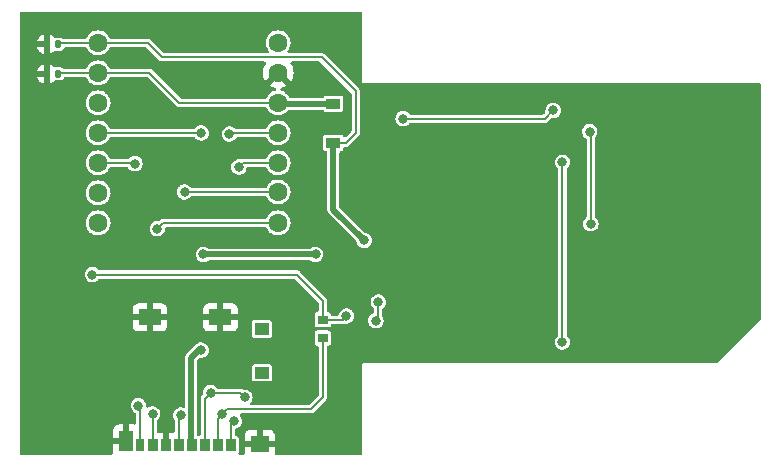
<source format=gbr>
%TF.GenerationSoftware,KiCad,Pcbnew,(6.0.7-1)-1*%
%TF.CreationDate,2022-09-20T15:59:29-07:00*%
%TF.ProjectId,sd_bt_qtpy,73645f62-745f-4717-9470-792e6b696361,rev?*%
%TF.SameCoordinates,Original*%
%TF.FileFunction,Copper,L1,Top*%
%TF.FilePolarity,Positive*%
%FSLAX46Y46*%
G04 Gerber Fmt 4.6, Leading zero omitted, Abs format (unit mm)*
G04 Created by KiCad (PCBNEW (6.0.7-1)-1) date 2022-09-20 15:59:29*
%MOMM*%
%LPD*%
G01*
G04 APERTURE LIST*
G04 Aperture macros list*
%AMRoundRect*
0 Rectangle with rounded corners*
0 $1 Rounding radius*
0 $2 $3 $4 $5 $6 $7 $8 $9 X,Y pos of 4 corners*
0 Add a 4 corners polygon primitive as box body*
4,1,4,$2,$3,$4,$5,$6,$7,$8,$9,$2,$3,0*
0 Add four circle primitives for the rounded corners*
1,1,$1+$1,$2,$3*
1,1,$1+$1,$4,$5*
1,1,$1+$1,$6,$7*
1,1,$1+$1,$8,$9*
0 Add four rect primitives between the rounded corners*
20,1,$1+$1,$2,$3,$4,$5,0*
20,1,$1+$1,$4,$5,$6,$7,0*
20,1,$1+$1,$6,$7,$8,$9,0*
20,1,$1+$1,$8,$9,$2,$3,0*%
G04 Aperture macros list end*
%TA.AperFunction,SMDPad,CuDef*%
%ADD10R,0.850000X1.100000*%
%TD*%
%TA.AperFunction,SMDPad,CuDef*%
%ADD11R,0.750000X1.100000*%
%TD*%
%TA.AperFunction,SMDPad,CuDef*%
%ADD12R,1.200000X1.000000*%
%TD*%
%TA.AperFunction,SMDPad,CuDef*%
%ADD13R,1.550000X1.350000*%
%TD*%
%TA.AperFunction,SMDPad,CuDef*%
%ADD14R,1.170000X1.800000*%
%TD*%
%TA.AperFunction,SMDPad,CuDef*%
%ADD15R,1.900000X1.350000*%
%TD*%
%TA.AperFunction,ComponentPad*%
%ADD16C,1.600000*%
%TD*%
%TA.AperFunction,SMDPad,CuDef*%
%ADD17R,1.200000X0.900000*%
%TD*%
%TA.AperFunction,SMDPad,CuDef*%
%ADD18RoundRect,0.140000X0.140000X0.170000X-0.140000X0.170000X-0.140000X-0.170000X0.140000X-0.170000X0*%
%TD*%
%TA.AperFunction,SMDPad,CuDef*%
%ADD19R,0.864000X0.787000*%
%TD*%
%TA.AperFunction,ViaPad*%
%ADD20C,0.800000*%
%TD*%
%TA.AperFunction,Conductor*%
%ADD21C,0.200000*%
%TD*%
%TA.AperFunction,Conductor*%
%ADD22C,0.500000*%
%TD*%
G04 APERTURE END LIST*
D10*
%TO.P,J1,1,DAT2*%
%TO.N,/DAT2*%
X165605000Y-100950000D03*
%TO.P,J1,2,DAT3/CD*%
%TO.N,/DAT3*%
X164505000Y-100950000D03*
%TO.P,J1,3,CMD*%
%TO.N,/CMD*%
X163405000Y-100950000D03*
%TO.P,J1,4,VDD*%
%TO.N,+3.3V*%
X162305000Y-100950000D03*
%TO.P,J1,5,CLK*%
%TO.N,/CLK*%
X161205000Y-100950000D03*
%TO.P,J1,6,VSS*%
%TO.N,GND*%
X160105000Y-100950000D03*
%TO.P,J1,7,DAT0*%
%TO.N,/DAT0*%
X159005000Y-100950000D03*
D11*
%TO.P,J1,8,DAT1*%
%TO.N,/DAT1*%
X157955000Y-100950000D03*
D12*
%TO.P,J1,9,DET_B*%
%TO.N,unconnected-(J1-Pad9)*%
X168240000Y-94800000D03*
%TO.P,J1,10,DET_A*%
%TO.N,unconnected-(J1-Pad10)*%
X168240000Y-91100000D03*
D13*
%TO.P,J1,11,SHIELD*%
%TO.N,GND*%
X168065000Y-100825000D03*
D14*
X156745000Y-100600000D03*
D15*
X158770000Y-90125000D03*
X164740000Y-90125000D03*
%TD*%
D16*
%TO.P,U2,1,D26*%
%TO.N,+3.3V*%
X154380000Y-66880000D03*
%TO.P,U2,2,D25*%
%TO.N,+3.3VP*%
X154380000Y-69420000D03*
%TO.P,U2,3,D27*%
%TO.N,/DAT3_HOST*%
X154380000Y-71960000D03*
%TO.P,U2,4,D15*%
%TO.N,/CMD*%
X154380000Y-74500000D03*
%TO.P,U2,5,SDA/D4*%
%TO.N,/DAT1*%
X154380000Y-77040000D03*
%TO.P,U2,6,SCL/D33*%
%TO.N,unconnected-(U2-Pad6)*%
X154380000Y-79580000D03*
%TO.P,U2,7,TX/D32*%
%TO.N,unconnected-(U2-Pad7)*%
X154380000Y-82120000D03*
%TO.P,U2,8,D7/RX*%
%TO.N,/DAT0*%
X169620000Y-82120000D03*
%TO.P,U2,9,D14/SCK*%
%TO.N,/CLK*%
X169620000Y-79500000D03*
%TO.P,U2,10,D12/MISO*%
%TO.N,/DAT2*%
X169620000Y-77040000D03*
%TO.P,U2,11,D13/MOSI*%
%TO.N,/DAT3*%
X169620000Y-74500000D03*
%TO.P,U2,12,3V3*%
%TO.N,+3.3VP*%
X169620000Y-71960000D03*
%TO.P,U2,13,GND*%
%TO.N,GND*%
X169620000Y-69420000D03*
%TO.P,U2,14,5V*%
%TO.N,unconnected-(U2-Pad14)*%
X169620000Y-66880000D03*
%TD*%
D17*
%TO.P,D1,1,K*%
%TO.N,+3.3VP*%
X174300000Y-72050000D03*
%TO.P,D1,2,A*%
%TO.N,+3.3V*%
X174300000Y-75350000D03*
%TD*%
D18*
%TO.P,C2,1*%
%TO.N,+3.3VP*%
X150980000Y-69500000D03*
%TO.P,C2,2*%
%TO.N,GND*%
X150020000Y-69500000D03*
%TD*%
D19*
%TO.P,R1,1*%
%TO.N,/DAT3_HOST*%
X173400000Y-90325500D03*
%TO.P,R1,2*%
%TO.N,/DAT3*%
X173400000Y-91874500D03*
%TD*%
D18*
%TO.P,C1,1*%
%TO.N,+3.3V*%
X150980000Y-67000000D03*
%TO.P,C1,2*%
%TO.N,GND*%
X150020000Y-67000000D03*
%TD*%
D20*
%TO.N,+3.3V*%
X163100000Y-92900000D03*
X172800000Y-84800000D03*
X163300000Y-84800000D03*
X176900000Y-83600000D03*
%TO.N,/DAT3*%
X165500000Y-74600000D03*
X164900000Y-98300000D03*
%TO.N,/CLK*%
X161400000Y-98400000D03*
X161700000Y-79500000D03*
%TO.N,/CMD*%
X166800000Y-96900000D03*
X177900000Y-90400000D03*
X178100000Y-88815100D03*
X163900000Y-96500000D03*
X163100000Y-74500000D03*
%TO.N,/DAT0*%
X159400000Y-82600000D03*
X196000000Y-74400000D03*
X159000000Y-98300000D03*
X196100000Y-82200000D03*
%TO.N,/DAT1*%
X180200000Y-73300000D03*
X157500000Y-77100000D03*
X192900000Y-72600000D03*
X157800000Y-97600000D03*
%TO.N,/DAT2*%
X166300000Y-77400000D03*
X193700000Y-92200000D03*
X193700000Y-77000000D03*
X165900000Y-98900000D03*
%TO.N,/DAT3_HOST*%
X153900000Y-86500000D03*
X175400000Y-90000000D03*
%TD*%
D21*
%TO.N,/DAT0*%
X169620000Y-82120000D02*
X159880000Y-82120000D01*
%TO.N,/CLK*%
X161700000Y-79500000D02*
X169620000Y-79500000D01*
%TO.N,/DAT2*%
X166300000Y-77400000D02*
X166660000Y-77040000D01*
X166660000Y-77040000D02*
X169620000Y-77040000D01*
%TO.N,/DAT3*%
X165500000Y-74600000D02*
X165600000Y-74500000D01*
X165600000Y-74500000D02*
X169620000Y-74500000D01*
%TO.N,+3.3VP*%
X169620000Y-71960000D02*
X161260000Y-71960000D01*
X161260000Y-71960000D02*
X158720000Y-69420000D01*
X158720000Y-69420000D02*
X154380000Y-69420000D01*
D22*
X174300000Y-72050000D02*
X169710000Y-72050000D01*
X169710000Y-72050000D02*
X169620000Y-71960000D01*
D21*
%TO.N,+3.3V*%
X154380000Y-66880000D02*
X158580000Y-66880000D01*
X158580000Y-66880000D02*
X159800000Y-68100000D01*
X173300000Y-68100000D02*
X176200000Y-71000000D01*
X159800000Y-68100000D02*
X173300000Y-68100000D01*
X176200000Y-71000000D02*
X176200000Y-74500000D01*
X176200000Y-74500000D02*
X175350000Y-75350000D01*
X175350000Y-75350000D02*
X174300000Y-75350000D01*
X150980000Y-67000000D02*
X151100000Y-66880000D01*
X151100000Y-66880000D02*
X154380000Y-66880000D01*
%TO.N,+3.3VP*%
X150980000Y-69500000D02*
X151060000Y-69420000D01*
X151060000Y-69420000D02*
X154380000Y-69420000D01*
%TO.N,/CMD*%
X163100000Y-74500000D02*
X154380000Y-74500000D01*
%TO.N,/DAT1*%
X157500000Y-77100000D02*
X157440000Y-77040000D01*
X157440000Y-77040000D02*
X154380000Y-77040000D01*
D22*
%TO.N,+3.3V*%
X162250000Y-93550000D02*
X162900000Y-92900000D01*
X162305000Y-100950000D02*
X162305000Y-100905000D01*
X174300000Y-75350000D02*
X174300000Y-81000000D01*
X174300000Y-81000000D02*
X176900000Y-83600000D01*
X162200000Y-100800000D02*
X162250000Y-100750000D01*
X162250000Y-100750000D02*
X162250000Y-93550000D01*
X163300000Y-84800000D02*
X172800000Y-84800000D01*
X162305000Y-100905000D02*
X162200000Y-100800000D01*
X162900000Y-92900000D02*
X163100000Y-92900000D01*
D21*
%TO.N,/DAT3*%
X165300000Y-97900000D02*
X164900000Y-98300000D01*
X164505000Y-98695000D02*
X164900000Y-98300000D01*
X172400000Y-97900000D02*
X165300000Y-97900000D01*
X164505000Y-100950000D02*
X164505000Y-98695000D01*
X173400000Y-96900000D02*
X172400000Y-97900000D01*
X173400000Y-91874500D02*
X173400000Y-96900000D01*
%TO.N,/CLK*%
X161205000Y-98595000D02*
X161400000Y-98400000D01*
X161205000Y-100950000D02*
X161205000Y-98595000D01*
%TO.N,/CMD*%
X163405000Y-100950000D02*
X163405000Y-96995000D01*
X178100000Y-88815100D02*
X178100000Y-90200000D01*
X163900000Y-96500000D02*
X166400000Y-96500000D01*
X166400000Y-96500000D02*
X166800000Y-96900000D01*
X178100000Y-90200000D02*
X177900000Y-90400000D01*
X163405000Y-96995000D02*
X163900000Y-96500000D01*
%TO.N,/DAT0*%
X196100000Y-74500000D02*
X196000000Y-74400000D01*
X159005000Y-98305000D02*
X159000000Y-98300000D01*
X196100000Y-82200000D02*
X196100000Y-74500000D01*
X159005000Y-100950000D02*
X159005000Y-98305000D01*
X159400000Y-82600000D02*
X159880000Y-82120000D01*
%TO.N,/DAT1*%
X157955000Y-97755000D02*
X157800000Y-97600000D01*
X157955000Y-100950000D02*
X157955000Y-97755000D01*
X180200000Y-73300000D02*
X192200000Y-73300000D01*
X192200000Y-73300000D02*
X192900000Y-72600000D01*
%TO.N,/DAT2*%
X165605000Y-99195000D02*
X165900000Y-98900000D01*
X193700000Y-77000000D02*
X193700000Y-92200000D01*
X165605000Y-100950000D02*
X165605000Y-99195000D01*
%TO.N,/DAT3_HOST*%
X173400000Y-88700000D02*
X171900000Y-87200000D01*
X175074500Y-90325500D02*
X173400000Y-90325500D01*
X173400000Y-90325500D02*
X173400000Y-88700000D01*
X171200000Y-86500000D02*
X153900000Y-86500000D01*
X171900000Y-87200000D02*
X171200000Y-86500000D01*
X175400000Y-90000000D02*
X175074500Y-90325500D01*
%TD*%
%TA.AperFunction,Conductor*%
%TO.N,GND*%
G36*
X176691621Y-64270502D02*
G01*
X176738114Y-64324158D01*
X176749500Y-64376500D01*
X176749500Y-70032915D01*
X176747079Y-70057496D01*
X176744592Y-70070000D01*
X176764034Y-70167740D01*
X176819399Y-70250601D01*
X176902260Y-70305966D01*
X176952533Y-70315966D01*
X177000000Y-70325408D01*
X177012171Y-70322987D01*
X177012172Y-70322987D01*
X177012504Y-70322921D01*
X177037085Y-70320500D01*
X210393680Y-70320500D01*
X210461801Y-70340502D01*
X210508294Y-70394158D01*
X210519680Y-70446438D01*
X210529423Y-90234064D01*
X210509454Y-90302195D01*
X210492518Y-90323221D01*
X206903145Y-93912595D01*
X206840833Y-93946621D01*
X206814050Y-93949500D01*
X177037085Y-93949500D01*
X177012504Y-93947079D01*
X177012172Y-93947013D01*
X177012171Y-93947013D01*
X177000000Y-93944592D01*
X176975326Y-93949500D01*
X176902260Y-93964034D01*
X176819399Y-94019399D01*
X176764034Y-94102260D01*
X176744592Y-94200000D01*
X176747013Y-94212171D01*
X176747013Y-94212172D01*
X176747079Y-94212504D01*
X176749500Y-94237085D01*
X176749500Y-101623500D01*
X176729498Y-101691621D01*
X176675842Y-101738114D01*
X176623500Y-101749500D01*
X169466549Y-101749500D01*
X169398428Y-101729498D01*
X169351935Y-101675842D01*
X169341286Y-101609892D01*
X169347631Y-101551486D01*
X169348000Y-101544672D01*
X169348000Y-101097115D01*
X169343525Y-101081876D01*
X169342135Y-101080671D01*
X169334452Y-101079000D01*
X166800116Y-101079000D01*
X166784877Y-101083475D01*
X166783672Y-101084865D01*
X166782001Y-101092548D01*
X166782001Y-101544669D01*
X166782371Y-101551490D01*
X166788714Y-101609895D01*
X166776185Y-101679777D01*
X166727863Y-101731792D01*
X166663451Y-101749500D01*
X166389057Y-101749500D01*
X166320936Y-101729498D01*
X166274443Y-101675842D01*
X166264339Y-101605568D01*
X166266460Y-101597838D01*
X166265966Y-101597740D01*
X166279293Y-101530741D01*
X166280500Y-101524674D01*
X166280500Y-100552885D01*
X166782000Y-100552885D01*
X166786475Y-100568124D01*
X166787865Y-100569329D01*
X166795548Y-100571000D01*
X167792885Y-100571000D01*
X167808124Y-100566525D01*
X167809329Y-100565135D01*
X167811000Y-100557452D01*
X167811000Y-100552885D01*
X168319000Y-100552885D01*
X168323475Y-100568124D01*
X168324865Y-100569329D01*
X168332548Y-100571000D01*
X169329884Y-100571000D01*
X169345123Y-100566525D01*
X169346328Y-100565135D01*
X169347999Y-100557452D01*
X169347999Y-100105331D01*
X169347629Y-100098510D01*
X169342105Y-100047648D01*
X169338479Y-100032396D01*
X169293324Y-99911946D01*
X169284786Y-99896351D01*
X169208285Y-99794276D01*
X169195724Y-99781715D01*
X169093649Y-99705214D01*
X169078054Y-99696676D01*
X168957606Y-99651522D01*
X168942351Y-99647895D01*
X168891486Y-99642369D01*
X168884672Y-99642000D01*
X168337115Y-99642000D01*
X168321876Y-99646475D01*
X168320671Y-99647865D01*
X168319000Y-99655548D01*
X168319000Y-100552885D01*
X167811000Y-100552885D01*
X167811000Y-99660116D01*
X167806525Y-99644877D01*
X167805135Y-99643672D01*
X167797452Y-99642001D01*
X167245331Y-99642001D01*
X167238510Y-99642371D01*
X167187648Y-99647895D01*
X167172396Y-99651521D01*
X167051946Y-99696676D01*
X167036351Y-99705214D01*
X166934276Y-99781715D01*
X166921715Y-99794276D01*
X166845214Y-99896351D01*
X166836676Y-99911946D01*
X166791522Y-100032394D01*
X166787895Y-100047649D01*
X166782369Y-100098514D01*
X166782000Y-100105328D01*
X166782000Y-100552885D01*
X166280500Y-100552885D01*
X166280500Y-100375326D01*
X166265966Y-100302260D01*
X166210601Y-100219399D01*
X166127740Y-100164034D01*
X166114438Y-100161388D01*
X166056918Y-100149946D01*
X165994008Y-100117038D01*
X165958877Y-100055342D01*
X165955500Y-100026367D01*
X165955500Y-99655069D01*
X165975502Y-99586948D01*
X166029158Y-99540455D01*
X166053371Y-99532249D01*
X166114563Y-99518234D01*
X166121968Y-99516538D01*
X166262625Y-99445795D01*
X166288869Y-99423381D01*
X166376574Y-99348474D01*
X166376576Y-99348471D01*
X166382348Y-99343542D01*
X166474224Y-99215683D01*
X166532950Y-99069598D01*
X166549972Y-98949992D01*
X166554553Y-98917807D01*
X166554553Y-98917804D01*
X166555134Y-98913723D01*
X166555278Y-98900000D01*
X166536363Y-98743694D01*
X166516208Y-98690354D01*
X166483394Y-98603514D01*
X166483393Y-98603511D01*
X166480710Y-98596412D01*
X166391531Y-98466657D01*
X166385856Y-98461601D01*
X166384294Y-98459829D01*
X166354246Y-98395504D01*
X166363745Y-98325146D01*
X166409775Y-98271092D01*
X166478805Y-98250500D01*
X172349176Y-98250500D01*
X172368275Y-98252533D01*
X172373083Y-98252760D01*
X172383261Y-98254951D01*
X172413491Y-98251373D01*
X172418746Y-98251063D01*
X172418735Y-98250928D01*
X172423914Y-98250500D01*
X172429115Y-98250500D01*
X172434243Y-98249646D01*
X172434249Y-98249646D01*
X172446473Y-98247611D01*
X172452349Y-98246774D01*
X172488799Y-98242460D01*
X172488801Y-98242460D01*
X172499138Y-98241236D01*
X172506758Y-98237577D01*
X172515103Y-98236188D01*
X172556584Y-98213806D01*
X172561870Y-98211113D01*
X172565725Y-98209262D01*
X172604326Y-98190726D01*
X172608274Y-98187408D01*
X172610207Y-98185475D01*
X172611804Y-98184010D01*
X172612294Y-98183746D01*
X172612313Y-98183766D01*
X172612402Y-98183687D01*
X172617794Y-98180778D01*
X172651455Y-98144364D01*
X172654884Y-98140798D01*
X173611899Y-97183783D01*
X173626853Y-97171705D01*
X173630405Y-97168473D01*
X173639152Y-97162825D01*
X173658002Y-97138914D01*
X173661500Y-97134978D01*
X173661396Y-97134890D01*
X173664751Y-97130931D01*
X173668429Y-97127253D01*
X173671448Y-97123028D01*
X173671455Y-97123020D01*
X173678669Y-97112924D01*
X173682236Y-97108174D01*
X173704944Y-97079369D01*
X173704945Y-97079366D01*
X173711392Y-97071189D01*
X173714194Y-97063211D01*
X173719111Y-97056330D01*
X173732621Y-97011157D01*
X173734442Y-97005553D01*
X173734648Y-97004966D01*
X173750055Y-96961094D01*
X173750500Y-96955956D01*
X173750500Y-96953251D01*
X173750595Y-96951054D01*
X173750755Y-96950520D01*
X173750782Y-96950521D01*
X173750789Y-96950403D01*
X173752544Y-96944536D01*
X173750597Y-96894981D01*
X173750500Y-96890034D01*
X173750500Y-92642547D01*
X173770502Y-92574426D01*
X173824158Y-92527933D01*
X173856801Y-92519136D01*
X173856674Y-92518500D01*
X173929740Y-92503966D01*
X174012601Y-92448601D01*
X174067966Y-92365740D01*
X174082500Y-92292674D01*
X174082500Y-92193138D01*
X193044758Y-92193138D01*
X193062035Y-92349633D01*
X193116143Y-92497490D01*
X193120380Y-92503796D01*
X193120382Y-92503799D01*
X193141767Y-92535623D01*
X193203958Y-92628172D01*
X193320410Y-92734135D01*
X193380369Y-92766690D01*
X193452099Y-92805637D01*
X193452101Y-92805638D01*
X193458776Y-92809262D01*
X193466125Y-92811190D01*
X193603719Y-92847287D01*
X193603721Y-92847287D01*
X193611069Y-92849215D01*
X193694380Y-92850524D01*
X193760898Y-92851569D01*
X193760901Y-92851569D01*
X193768495Y-92851688D01*
X193921968Y-92816538D01*
X194062625Y-92745795D01*
X194088869Y-92723381D01*
X194176574Y-92648474D01*
X194176576Y-92648471D01*
X194182348Y-92643542D01*
X194274224Y-92515683D01*
X194332950Y-92369598D01*
X194345125Y-92284048D01*
X194354553Y-92217807D01*
X194354553Y-92217804D01*
X194355134Y-92213723D01*
X194355278Y-92200000D01*
X194336363Y-92043694D01*
X194280710Y-91896412D01*
X194191531Y-91766657D01*
X194092680Y-91678584D01*
X194055125Y-91618335D01*
X194050500Y-91584509D01*
X194050500Y-77614237D01*
X194070502Y-77546116D01*
X194094670Y-77518426D01*
X194176574Y-77448474D01*
X194176576Y-77448471D01*
X194182348Y-77443542D01*
X194274224Y-77315683D01*
X194332950Y-77169598D01*
X194351893Y-77036494D01*
X194354553Y-77017807D01*
X194354553Y-77017804D01*
X194355134Y-77013723D01*
X194355278Y-77000000D01*
X194336363Y-76843694D01*
X194301824Y-76752289D01*
X194283394Y-76703514D01*
X194283393Y-76703511D01*
X194280710Y-76696412D01*
X194191531Y-76566657D01*
X194144971Y-76525174D01*
X194079648Y-76466972D01*
X194079645Y-76466970D01*
X194073976Y-76461919D01*
X194051256Y-76449889D01*
X193941543Y-76391799D01*
X193941544Y-76391799D01*
X193934831Y-76388245D01*
X193918122Y-76384048D01*
X193789498Y-76351740D01*
X193789496Y-76351740D01*
X193782128Y-76349889D01*
X193774530Y-76349849D01*
X193774528Y-76349849D01*
X193707319Y-76349497D01*
X193624684Y-76349065D01*
X193617305Y-76350837D01*
X193617301Y-76350837D01*
X193478967Y-76384048D01*
X193478963Y-76384049D01*
X193471588Y-76385820D01*
X193464843Y-76389301D01*
X193464844Y-76389301D01*
X193343870Y-76451740D01*
X193331679Y-76458032D01*
X193325957Y-76463024D01*
X193325955Y-76463025D01*
X193218759Y-76556538D01*
X193218756Y-76556541D01*
X193213034Y-76561533D01*
X193208667Y-76567747D01*
X193134752Y-76672917D01*
X193122501Y-76690348D01*
X193065309Y-76837039D01*
X193064318Y-76844568D01*
X193048101Y-76967747D01*
X193044758Y-76993138D01*
X193062035Y-77149633D01*
X193116143Y-77297490D01*
X193120380Y-77303796D01*
X193120382Y-77303799D01*
X193160709Y-77363811D01*
X193203958Y-77428172D01*
X193209573Y-77433281D01*
X193209578Y-77433287D01*
X193308300Y-77523117D01*
X193345222Y-77583757D01*
X193349500Y-77616310D01*
X193349500Y-91585197D01*
X193329498Y-91653318D01*
X193306332Y-91680144D01*
X193213034Y-91761533D01*
X193122501Y-91890348D01*
X193065309Y-92037039D01*
X193044758Y-92193138D01*
X174082500Y-92193138D01*
X174082500Y-91456326D01*
X174067966Y-91383260D01*
X174012601Y-91300399D01*
X173929740Y-91245034D01*
X173856674Y-91230500D01*
X172943326Y-91230500D01*
X172870260Y-91245034D01*
X172787399Y-91300399D01*
X172732034Y-91383260D01*
X172717500Y-91456326D01*
X172717500Y-92292674D01*
X172732034Y-92365740D01*
X172787399Y-92448601D01*
X172870260Y-92503966D01*
X172882431Y-92506387D01*
X172943326Y-92518500D01*
X172943017Y-92520051D01*
X173001674Y-92543730D01*
X173042689Y-92601680D01*
X173049500Y-92642547D01*
X173049500Y-96702628D01*
X173029498Y-96770749D01*
X173012595Y-96791723D01*
X172291723Y-97512595D01*
X172229411Y-97546621D01*
X172202628Y-97549500D01*
X167378756Y-97549500D01*
X167310635Y-97529498D01*
X167264142Y-97475842D01*
X167254038Y-97405568D01*
X167283192Y-97344149D01*
X167282348Y-97343542D01*
X167285683Y-97338901D01*
X167374224Y-97215683D01*
X167432950Y-97069598D01*
X167448424Y-96960872D01*
X167454553Y-96917807D01*
X167454553Y-96917804D01*
X167455134Y-96913723D01*
X167455278Y-96900000D01*
X167436363Y-96743694D01*
X167402010Y-96652780D01*
X167383394Y-96603514D01*
X167383393Y-96603511D01*
X167380710Y-96596412D01*
X167291531Y-96466657D01*
X167244971Y-96425174D01*
X167179648Y-96366972D01*
X167179645Y-96366970D01*
X167173976Y-96361919D01*
X167034831Y-96288245D01*
X167027466Y-96286395D01*
X166889498Y-96251740D01*
X166889496Y-96251740D01*
X166882128Y-96249889D01*
X166874530Y-96249849D01*
X166874528Y-96249849D01*
X166807319Y-96249497D01*
X166724684Y-96249065D01*
X166717300Y-96250838D01*
X166711238Y-96251539D01*
X166641270Y-96239498D01*
X166623499Y-96228888D01*
X166612920Y-96221328D01*
X166608173Y-96217764D01*
X166582379Y-96197430D01*
X166571189Y-96188608D01*
X166563213Y-96185807D01*
X166556331Y-96180889D01*
X166511164Y-96167381D01*
X166505558Y-96165559D01*
X166468577Y-96152572D01*
X166468571Y-96152571D01*
X166461094Y-96149945D01*
X166455956Y-96149500D01*
X166453237Y-96149500D01*
X166451055Y-96149405D01*
X166450520Y-96149245D01*
X166450521Y-96149218D01*
X166450403Y-96149211D01*
X166444536Y-96147456D01*
X166394981Y-96149403D01*
X166390034Y-96149500D01*
X164514760Y-96149500D01*
X164446639Y-96129498D01*
X164410920Y-96094867D01*
X164395836Y-96072920D01*
X164395834Y-96072917D01*
X164391531Y-96066657D01*
X164344971Y-96025174D01*
X164279648Y-95966972D01*
X164279645Y-95966970D01*
X164273976Y-95961919D01*
X164134831Y-95888245D01*
X164118122Y-95884048D01*
X163989498Y-95851740D01*
X163989496Y-95851740D01*
X163982128Y-95849889D01*
X163974530Y-95849849D01*
X163974528Y-95849849D01*
X163907319Y-95849497D01*
X163824684Y-95849065D01*
X163817305Y-95850837D01*
X163817301Y-95850837D01*
X163678967Y-95884048D01*
X163678963Y-95884049D01*
X163671588Y-95885820D01*
X163531679Y-95958032D01*
X163525957Y-95963024D01*
X163525955Y-95963025D01*
X163418759Y-96056538D01*
X163418756Y-96056541D01*
X163413034Y-96061533D01*
X163374269Y-96116689D01*
X163327404Y-96183372D01*
X163322501Y-96190348D01*
X163265309Y-96337039D01*
X163261368Y-96366972D01*
X163248910Y-96461602D01*
X163244758Y-96493138D01*
X163245592Y-96500688D01*
X163254665Y-96582876D01*
X163242259Y-96652780D01*
X163218521Y-96685797D01*
X163193101Y-96711217D01*
X163178147Y-96723295D01*
X163174595Y-96726527D01*
X163165848Y-96732175D01*
X163159402Y-96740352D01*
X163146998Y-96756086D01*
X163143501Y-96760021D01*
X163143605Y-96760109D01*
X163140250Y-96764068D01*
X163136572Y-96767746D01*
X163133553Y-96771971D01*
X163133546Y-96771979D01*
X163126328Y-96782080D01*
X163122764Y-96786827D01*
X163114522Y-96797282D01*
X163093608Y-96823811D01*
X163090807Y-96831787D01*
X163085889Y-96838669D01*
X163072381Y-96883836D01*
X163070559Y-96889442D01*
X163057572Y-96926423D01*
X163057571Y-96926429D01*
X163054945Y-96933906D01*
X163054500Y-96939044D01*
X163054500Y-96941763D01*
X163054405Y-96943945D01*
X163054245Y-96944480D01*
X163054218Y-96944479D01*
X163054211Y-96944597D01*
X163052456Y-96950464D01*
X163052865Y-96960872D01*
X163054403Y-97000019D01*
X163054500Y-97004966D01*
X163054500Y-100026367D01*
X163034498Y-100094488D01*
X162980842Y-100140981D01*
X162953083Y-100149946D01*
X162932894Y-100153962D01*
X162901082Y-100160290D01*
X162830369Y-100153962D01*
X162774301Y-100110409D01*
X162750500Y-100036711D01*
X162750500Y-95324674D01*
X167389500Y-95324674D01*
X167404034Y-95397740D01*
X167459399Y-95480601D01*
X167542260Y-95535966D01*
X167615326Y-95550500D01*
X168864674Y-95550500D01*
X168937740Y-95535966D01*
X169020601Y-95480601D01*
X169075966Y-95397740D01*
X169090500Y-95324674D01*
X169090500Y-94275326D01*
X169075966Y-94202260D01*
X169020601Y-94119399D01*
X168937740Y-94064034D01*
X168864674Y-94049500D01*
X167615326Y-94049500D01*
X167542260Y-94064034D01*
X167459399Y-94119399D01*
X167404034Y-94202260D01*
X167389500Y-94275326D01*
X167389500Y-95324674D01*
X162750500Y-95324674D01*
X162750500Y-93809505D01*
X162770502Y-93741384D01*
X162787405Y-93720410D01*
X162921684Y-93586131D01*
X162983996Y-93552105D01*
X163012758Y-93549242D01*
X163160897Y-93551569D01*
X163160900Y-93551569D01*
X163168495Y-93551688D01*
X163321968Y-93516538D01*
X163462625Y-93445795D01*
X163513712Y-93402163D01*
X163576574Y-93348474D01*
X163576576Y-93348471D01*
X163582348Y-93343542D01*
X163674224Y-93215683D01*
X163732950Y-93069598D01*
X163755134Y-92913723D01*
X163755278Y-92900000D01*
X163736363Y-92743694D01*
X163698143Y-92642547D01*
X163683394Y-92603514D01*
X163683393Y-92603511D01*
X163680710Y-92596412D01*
X163591531Y-92466657D01*
X163490512Y-92376652D01*
X163479648Y-92366972D01*
X163479645Y-92366970D01*
X163473976Y-92361919D01*
X163436515Y-92342084D01*
X163341543Y-92291799D01*
X163341544Y-92291799D01*
X163334831Y-92288245D01*
X163318122Y-92284048D01*
X163189498Y-92251740D01*
X163189496Y-92251740D01*
X163182128Y-92249889D01*
X163174530Y-92249849D01*
X163174528Y-92249849D01*
X163107319Y-92249497D01*
X163024684Y-92249065D01*
X163017305Y-92250837D01*
X163017301Y-92250837D01*
X162878967Y-92284048D01*
X162878963Y-92284049D01*
X162871588Y-92285820D01*
X162731679Y-92358032D01*
X162725957Y-92363024D01*
X162725955Y-92363025D01*
X162618759Y-92456538D01*
X162618756Y-92456541D01*
X162613034Y-92461533D01*
X162608667Y-92467747D01*
X162577639Y-92511895D01*
X162563647Y-92528539D01*
X162562921Y-92529265D01*
X162556075Y-92535623D01*
X162518963Y-92567600D01*
X162514080Y-92575134D01*
X162508181Y-92581896D01*
X162508176Y-92581892D01*
X162499200Y-92592986D01*
X161945720Y-93146466D01*
X161936376Y-93153932D01*
X161936708Y-93154322D01*
X161929872Y-93160140D01*
X161922280Y-93164930D01*
X161916338Y-93171658D01*
X161916337Y-93171659D01*
X161887245Y-93204600D01*
X161881898Y-93210288D01*
X161870680Y-93221506D01*
X161867991Y-93225094D01*
X161867990Y-93225095D01*
X161864550Y-93229684D01*
X161858168Y-93237523D01*
X161827377Y-93272388D01*
X161823563Y-93280511D01*
X161821492Y-93283664D01*
X161813673Y-93296676D01*
X161811856Y-93299995D01*
X161806474Y-93307176D01*
X161803325Y-93315577D01*
X161803324Y-93315578D01*
X161790144Y-93350736D01*
X161786217Y-93360053D01*
X161770263Y-93394034D01*
X161770262Y-93394037D01*
X161766447Y-93402163D01*
X161765065Y-93411037D01*
X161763961Y-93414650D01*
X161760115Y-93429307D01*
X161759301Y-93433010D01*
X161756148Y-93441420D01*
X161752698Y-93487843D01*
X161751548Y-93497856D01*
X161749500Y-93511009D01*
X161749500Y-93526204D01*
X161749154Y-93535541D01*
X161745524Y-93584392D01*
X161747397Y-93593168D01*
X161748008Y-93602125D01*
X161748002Y-93602125D01*
X161749500Y-93616318D01*
X161749500Y-97655485D01*
X161729498Y-97723606D01*
X161675842Y-97770099D01*
X161605568Y-97780203D01*
X161592805Y-97777689D01*
X161560594Y-97769598D01*
X161505872Y-97755853D01*
X161489498Y-97751740D01*
X161489496Y-97751740D01*
X161482128Y-97749889D01*
X161474530Y-97749849D01*
X161474528Y-97749849D01*
X161407319Y-97749497D01*
X161324684Y-97749065D01*
X161317305Y-97750837D01*
X161317301Y-97750837D01*
X161178967Y-97784048D01*
X161178963Y-97784049D01*
X161171588Y-97785820D01*
X161031679Y-97858032D01*
X161025957Y-97863024D01*
X161025955Y-97863025D01*
X160918759Y-97956538D01*
X160918756Y-97956541D01*
X160913034Y-97961533D01*
X160822501Y-98090348D01*
X160765309Y-98237039D01*
X160763463Y-98251063D01*
X160750638Y-98348479D01*
X160744758Y-98393138D01*
X160762035Y-98549633D01*
X160816143Y-98697490D01*
X160833082Y-98722697D01*
X160854500Y-98792972D01*
X160854500Y-99797285D01*
X160834498Y-99865406D01*
X160780842Y-99911899D01*
X160710568Y-99922003D01*
X160684269Y-99915267D01*
X160647602Y-99901521D01*
X160632351Y-99897895D01*
X160581486Y-99892369D01*
X160574672Y-99892000D01*
X160377115Y-99892000D01*
X160361876Y-99896475D01*
X160360671Y-99897865D01*
X160359000Y-99905548D01*
X160359000Y-101078000D01*
X160338998Y-101146121D01*
X160285342Y-101192614D01*
X160233000Y-101204000D01*
X159977000Y-101204000D01*
X159908879Y-101183998D01*
X159862386Y-101130342D01*
X159851000Y-101078000D01*
X159851000Y-99910116D01*
X159846525Y-99894877D01*
X159845135Y-99893672D01*
X159837452Y-99892001D01*
X159635331Y-99892001D01*
X159628510Y-99892371D01*
X159577648Y-99897895D01*
X159562400Y-99901520D01*
X159525731Y-99915267D01*
X159454924Y-99920450D01*
X159392554Y-99886530D01*
X159358425Y-99824275D01*
X159355500Y-99797285D01*
X159355500Y-98909967D01*
X159375502Y-98841846D01*
X159399667Y-98814158D01*
X159482348Y-98743542D01*
X159574224Y-98615683D01*
X159632950Y-98469598D01*
X159643832Y-98393138D01*
X159654553Y-98317807D01*
X159654553Y-98317804D01*
X159655134Y-98313723D01*
X159655278Y-98300000D01*
X159653856Y-98288245D01*
X159651000Y-98264652D01*
X159636363Y-98143694D01*
X159592711Y-98028172D01*
X159583394Y-98003514D01*
X159583393Y-98003511D01*
X159580710Y-97996412D01*
X159491531Y-97866657D01*
X159398813Y-97784048D01*
X159379648Y-97766972D01*
X159379645Y-97766970D01*
X159373976Y-97761919D01*
X159362520Y-97755853D01*
X159241543Y-97691799D01*
X159241544Y-97691799D01*
X159234831Y-97688245D01*
X159218122Y-97684048D01*
X159089498Y-97651740D01*
X159089496Y-97651740D01*
X159082128Y-97649889D01*
X159074530Y-97649849D01*
X159074528Y-97649849D01*
X159007319Y-97649497D01*
X158924684Y-97649065D01*
X158917305Y-97650837D01*
X158917301Y-97650837D01*
X158778967Y-97684048D01*
X158778963Y-97684049D01*
X158771588Y-97685820D01*
X158647456Y-97749889D01*
X158635901Y-97755853D01*
X158566193Y-97769322D01*
X158500270Y-97742967D01*
X158459060Y-97685154D01*
X158453368Y-97626137D01*
X158454552Y-97617815D01*
X158454552Y-97617809D01*
X158455134Y-97613723D01*
X158455278Y-97600000D01*
X158453607Y-97586187D01*
X158444701Y-97512595D01*
X158436363Y-97443694D01*
X158431175Y-97429963D01*
X158383394Y-97303514D01*
X158383393Y-97303511D01*
X158380710Y-97296412D01*
X158291531Y-97166657D01*
X158231223Y-97112924D01*
X158179648Y-97066972D01*
X158179645Y-97066970D01*
X158173976Y-97061919D01*
X158136515Y-97042084D01*
X158041543Y-96991799D01*
X158041544Y-96991799D01*
X158034831Y-96988245D01*
X157933028Y-96962674D01*
X157889498Y-96951740D01*
X157889496Y-96951740D01*
X157882128Y-96949889D01*
X157874530Y-96949849D01*
X157874528Y-96949849D01*
X157807319Y-96949497D01*
X157724684Y-96949065D01*
X157717305Y-96950837D01*
X157717301Y-96950837D01*
X157578967Y-96984048D01*
X157578963Y-96984049D01*
X157571588Y-96985820D01*
X157431679Y-97058032D01*
X157425957Y-97063024D01*
X157425955Y-97063025D01*
X157318759Y-97156538D01*
X157318756Y-97156541D01*
X157313034Y-97161533D01*
X157292778Y-97190354D01*
X157232349Y-97276336D01*
X157222501Y-97290348D01*
X157165309Y-97437039D01*
X157158508Y-97488700D01*
X157147968Y-97568757D01*
X157144758Y-97593138D01*
X157162035Y-97749633D01*
X157216143Y-97897490D01*
X157303958Y-98028172D01*
X157420410Y-98134135D01*
X157538622Y-98198319D01*
X157588944Y-98248402D01*
X157604500Y-98309050D01*
X157604500Y-99079354D01*
X157584498Y-99147475D01*
X157530842Y-99193968D01*
X157460568Y-99204072D01*
X157449355Y-99201937D01*
X157432354Y-99197895D01*
X157381486Y-99192369D01*
X157374672Y-99192000D01*
X157017115Y-99192000D01*
X157001876Y-99196475D01*
X157000671Y-99197865D01*
X156999000Y-99205548D01*
X156999000Y-100728000D01*
X156978998Y-100796121D01*
X156925342Y-100842614D01*
X156873000Y-100854000D01*
X155670116Y-100854000D01*
X155654877Y-100858475D01*
X155653672Y-100859865D01*
X155652001Y-100867548D01*
X155652001Y-101544669D01*
X155652371Y-101551490D01*
X155658714Y-101609895D01*
X155646185Y-101679777D01*
X155597863Y-101731792D01*
X155533451Y-101749500D01*
X147876500Y-101749500D01*
X147808379Y-101729498D01*
X147761886Y-101675842D01*
X147750500Y-101623500D01*
X147750500Y-100327885D01*
X155652000Y-100327885D01*
X155656475Y-100343124D01*
X155657865Y-100344329D01*
X155665548Y-100346000D01*
X156472885Y-100346000D01*
X156488124Y-100341525D01*
X156489329Y-100340135D01*
X156491000Y-100332452D01*
X156491000Y-99210116D01*
X156486525Y-99194877D01*
X156485135Y-99193672D01*
X156477452Y-99192001D01*
X156115331Y-99192001D01*
X156108510Y-99192371D01*
X156057648Y-99197895D01*
X156042396Y-99201521D01*
X155921946Y-99246676D01*
X155906351Y-99255214D01*
X155804276Y-99331715D01*
X155791715Y-99344276D01*
X155715214Y-99446351D01*
X155706676Y-99461946D01*
X155661522Y-99582394D01*
X155657895Y-99597649D01*
X155652369Y-99648514D01*
X155652000Y-99655328D01*
X155652000Y-100327885D01*
X147750500Y-100327885D01*
X147750500Y-91624674D01*
X167389500Y-91624674D01*
X167404034Y-91697740D01*
X167459399Y-91780601D01*
X167542260Y-91835966D01*
X167615326Y-91850500D01*
X168864674Y-91850500D01*
X168937740Y-91835966D01*
X169020601Y-91780601D01*
X169075966Y-91697740D01*
X169090500Y-91624674D01*
X169090500Y-90575326D01*
X169075966Y-90502260D01*
X169066222Y-90487676D01*
X169040028Y-90448474D01*
X169020601Y-90419399D01*
X168964443Y-90381876D01*
X168948058Y-90370928D01*
X168948057Y-90370928D01*
X168937740Y-90364034D01*
X168864674Y-90349500D01*
X167615326Y-90349500D01*
X167542260Y-90364034D01*
X167531943Y-90370928D01*
X167531942Y-90370928D01*
X167515557Y-90381876D01*
X167459399Y-90419399D01*
X167439972Y-90448474D01*
X167413779Y-90487676D01*
X167404034Y-90502260D01*
X167389500Y-90575326D01*
X167389500Y-91624674D01*
X147750500Y-91624674D01*
X147750500Y-90844669D01*
X157312001Y-90844669D01*
X157312371Y-90851490D01*
X157317895Y-90902352D01*
X157321521Y-90917604D01*
X157366676Y-91038054D01*
X157375214Y-91053649D01*
X157451715Y-91155724D01*
X157464276Y-91168285D01*
X157566351Y-91244786D01*
X157581946Y-91253324D01*
X157702394Y-91298478D01*
X157717649Y-91302105D01*
X157768514Y-91307631D01*
X157775328Y-91308000D01*
X158497885Y-91308000D01*
X158513124Y-91303525D01*
X158514329Y-91302135D01*
X158516000Y-91294452D01*
X158516000Y-91289884D01*
X159024000Y-91289884D01*
X159028475Y-91305123D01*
X159029865Y-91306328D01*
X159037548Y-91307999D01*
X159764669Y-91307999D01*
X159771490Y-91307629D01*
X159822352Y-91302105D01*
X159837604Y-91298479D01*
X159958054Y-91253324D01*
X159973649Y-91244786D01*
X160075724Y-91168285D01*
X160088285Y-91155724D01*
X160164786Y-91053649D01*
X160173324Y-91038054D01*
X160218478Y-90917606D01*
X160222105Y-90902351D01*
X160227631Y-90851486D01*
X160228000Y-90844672D01*
X160228000Y-90844669D01*
X163282001Y-90844669D01*
X163282371Y-90851490D01*
X163287895Y-90902352D01*
X163291521Y-90917604D01*
X163336676Y-91038054D01*
X163345214Y-91053649D01*
X163421715Y-91155724D01*
X163434276Y-91168285D01*
X163536351Y-91244786D01*
X163551946Y-91253324D01*
X163672394Y-91298478D01*
X163687649Y-91302105D01*
X163738514Y-91307631D01*
X163745328Y-91308000D01*
X164467885Y-91308000D01*
X164483124Y-91303525D01*
X164484329Y-91302135D01*
X164486000Y-91294452D01*
X164486000Y-91289884D01*
X164994000Y-91289884D01*
X164998475Y-91305123D01*
X164999865Y-91306328D01*
X165007548Y-91307999D01*
X165734669Y-91307999D01*
X165741490Y-91307629D01*
X165792352Y-91302105D01*
X165807604Y-91298479D01*
X165928054Y-91253324D01*
X165943649Y-91244786D01*
X166045724Y-91168285D01*
X166058285Y-91155724D01*
X166134786Y-91053649D01*
X166143324Y-91038054D01*
X166188478Y-90917606D01*
X166192105Y-90902351D01*
X166197631Y-90851486D01*
X166198000Y-90844672D01*
X166198000Y-90397115D01*
X166193525Y-90381876D01*
X166192135Y-90380671D01*
X166184452Y-90379000D01*
X165012115Y-90379000D01*
X164996876Y-90383475D01*
X164995671Y-90384865D01*
X164994000Y-90392548D01*
X164994000Y-91289884D01*
X164486000Y-91289884D01*
X164486000Y-90397115D01*
X164481525Y-90381876D01*
X164480135Y-90380671D01*
X164472452Y-90379000D01*
X163300116Y-90379000D01*
X163284877Y-90383475D01*
X163283672Y-90384865D01*
X163282001Y-90392548D01*
X163282001Y-90844669D01*
X160228000Y-90844669D01*
X160228000Y-90397115D01*
X160223525Y-90381876D01*
X160222135Y-90380671D01*
X160214452Y-90379000D01*
X159042115Y-90379000D01*
X159026876Y-90383475D01*
X159025671Y-90384865D01*
X159024000Y-90392548D01*
X159024000Y-91289884D01*
X158516000Y-91289884D01*
X158516000Y-90397115D01*
X158511525Y-90381876D01*
X158510135Y-90380671D01*
X158502452Y-90379000D01*
X157330116Y-90379000D01*
X157314877Y-90383475D01*
X157313672Y-90384865D01*
X157312001Y-90392548D01*
X157312001Y-90844669D01*
X147750500Y-90844669D01*
X147750500Y-89852885D01*
X157312000Y-89852885D01*
X157316475Y-89868124D01*
X157317865Y-89869329D01*
X157325548Y-89871000D01*
X158497885Y-89871000D01*
X158513124Y-89866525D01*
X158514329Y-89865135D01*
X158516000Y-89857452D01*
X158516000Y-89852885D01*
X159024000Y-89852885D01*
X159028475Y-89868124D01*
X159029865Y-89869329D01*
X159037548Y-89871000D01*
X160209884Y-89871000D01*
X160225123Y-89866525D01*
X160226328Y-89865135D01*
X160227999Y-89857452D01*
X160227999Y-89852885D01*
X163282000Y-89852885D01*
X163286475Y-89868124D01*
X163287865Y-89869329D01*
X163295548Y-89871000D01*
X164467885Y-89871000D01*
X164483124Y-89866525D01*
X164484329Y-89865135D01*
X164486000Y-89857452D01*
X164486000Y-89852885D01*
X164994000Y-89852885D01*
X164998475Y-89868124D01*
X164999865Y-89869329D01*
X165007548Y-89871000D01*
X166179884Y-89871000D01*
X166195123Y-89866525D01*
X166196328Y-89865135D01*
X166197999Y-89857452D01*
X166197999Y-89405331D01*
X166197629Y-89398510D01*
X166192105Y-89347648D01*
X166188479Y-89332396D01*
X166143324Y-89211946D01*
X166134786Y-89196351D01*
X166058285Y-89094276D01*
X166045724Y-89081715D01*
X165943649Y-89005214D01*
X165928054Y-88996676D01*
X165807606Y-88951522D01*
X165792351Y-88947895D01*
X165741486Y-88942369D01*
X165734672Y-88942000D01*
X165012115Y-88942000D01*
X164996876Y-88946475D01*
X164995671Y-88947865D01*
X164994000Y-88955548D01*
X164994000Y-89852885D01*
X164486000Y-89852885D01*
X164486000Y-88960116D01*
X164481525Y-88944877D01*
X164480135Y-88943672D01*
X164472452Y-88942001D01*
X163745331Y-88942001D01*
X163738510Y-88942371D01*
X163687648Y-88947895D01*
X163672396Y-88951521D01*
X163551946Y-88996676D01*
X163536351Y-89005214D01*
X163434276Y-89081715D01*
X163421715Y-89094276D01*
X163345214Y-89196351D01*
X163336676Y-89211946D01*
X163291522Y-89332394D01*
X163287895Y-89347649D01*
X163282369Y-89398514D01*
X163282000Y-89405328D01*
X163282000Y-89852885D01*
X160227999Y-89852885D01*
X160227999Y-89405331D01*
X160227629Y-89398510D01*
X160222105Y-89347648D01*
X160218479Y-89332396D01*
X160173324Y-89211946D01*
X160164786Y-89196351D01*
X160088285Y-89094276D01*
X160075724Y-89081715D01*
X159973649Y-89005214D01*
X159958054Y-88996676D01*
X159837606Y-88951522D01*
X159822351Y-88947895D01*
X159771486Y-88942369D01*
X159764672Y-88942000D01*
X159042115Y-88942000D01*
X159026876Y-88946475D01*
X159025671Y-88947865D01*
X159024000Y-88955548D01*
X159024000Y-89852885D01*
X158516000Y-89852885D01*
X158516000Y-88960116D01*
X158511525Y-88944877D01*
X158510135Y-88943672D01*
X158502452Y-88942001D01*
X157775331Y-88942001D01*
X157768510Y-88942371D01*
X157717648Y-88947895D01*
X157702396Y-88951521D01*
X157581946Y-88996676D01*
X157566351Y-89005214D01*
X157464276Y-89081715D01*
X157451715Y-89094276D01*
X157375214Y-89196351D01*
X157366676Y-89211946D01*
X157321522Y-89332394D01*
X157317895Y-89347649D01*
X157312369Y-89398514D01*
X157312000Y-89405328D01*
X157312000Y-89852885D01*
X147750500Y-89852885D01*
X147750500Y-86493138D01*
X153244758Y-86493138D01*
X153262035Y-86649633D01*
X153316143Y-86797490D01*
X153403958Y-86928172D01*
X153520410Y-87034135D01*
X153527085Y-87037759D01*
X153652099Y-87105637D01*
X153652101Y-87105638D01*
X153658776Y-87109262D01*
X153666125Y-87111190D01*
X153803719Y-87147287D01*
X153803721Y-87147287D01*
X153811069Y-87149215D01*
X153894380Y-87150524D01*
X153960898Y-87151569D01*
X153960901Y-87151569D01*
X153968495Y-87151688D01*
X154121968Y-87116538D01*
X154262625Y-87045795D01*
X154288869Y-87023381D01*
X154376574Y-86948474D01*
X154376576Y-86948471D01*
X154382348Y-86943542D01*
X154411499Y-86902974D01*
X154467494Y-86859326D01*
X154513822Y-86850500D01*
X171002628Y-86850500D01*
X171070749Y-86870502D01*
X171091723Y-86887405D01*
X173012595Y-88808277D01*
X173046621Y-88870589D01*
X173049500Y-88897372D01*
X173049500Y-89557453D01*
X173029498Y-89625574D01*
X172975842Y-89672067D01*
X172943199Y-89680864D01*
X172943326Y-89681500D01*
X172870260Y-89696034D01*
X172787399Y-89751399D01*
X172732034Y-89834260D01*
X172717500Y-89907326D01*
X172717500Y-90743674D01*
X172732034Y-90816740D01*
X172787399Y-90899601D01*
X172797714Y-90906493D01*
X172849149Y-90940860D01*
X172870260Y-90954966D01*
X172943326Y-90969500D01*
X173856674Y-90969500D01*
X173929740Y-90954966D01*
X173950852Y-90940860D01*
X174002286Y-90906493D01*
X174012601Y-90899601D01*
X174067966Y-90816740D01*
X174075788Y-90777418D01*
X174108696Y-90714508D01*
X174170392Y-90679377D01*
X174199367Y-90676000D01*
X175023676Y-90676000D01*
X175042775Y-90678033D01*
X175047583Y-90678260D01*
X175057761Y-90680451D01*
X175087991Y-90676873D01*
X175093246Y-90676563D01*
X175093235Y-90676428D01*
X175098414Y-90676000D01*
X175103615Y-90676000D01*
X175108743Y-90675146D01*
X175108749Y-90675146D01*
X175120973Y-90673111D01*
X175126849Y-90672274D01*
X175163299Y-90667960D01*
X175163301Y-90667960D01*
X175173638Y-90666736D01*
X175181258Y-90663077D01*
X175189603Y-90661688D01*
X175201157Y-90655454D01*
X175204780Y-90654685D01*
X175208619Y-90653370D01*
X175208778Y-90653836D01*
X175270605Y-90640708D01*
X175292963Y-90644465D01*
X175311069Y-90649215D01*
X175397128Y-90650567D01*
X175460898Y-90651569D01*
X175460901Y-90651569D01*
X175468495Y-90651688D01*
X175621968Y-90616538D01*
X175762625Y-90545795D01*
X175830736Y-90487623D01*
X175876574Y-90448474D01*
X175876576Y-90448471D01*
X175882348Y-90443542D01*
X175918567Y-90393138D01*
X177244758Y-90393138D01*
X177262035Y-90549633D01*
X177316143Y-90697490D01*
X177320380Y-90703796D01*
X177320382Y-90703799D01*
X177343020Y-90737487D01*
X177403958Y-90828172D01*
X177422088Y-90844669D01*
X177471122Y-90889286D01*
X177520410Y-90934135D01*
X177527085Y-90937759D01*
X177652099Y-91005637D01*
X177652101Y-91005638D01*
X177658776Y-91009262D01*
X177666125Y-91011190D01*
X177803719Y-91047287D01*
X177803721Y-91047287D01*
X177811069Y-91049215D01*
X177894380Y-91050524D01*
X177960898Y-91051569D01*
X177960901Y-91051569D01*
X177968495Y-91051688D01*
X178121968Y-91016538D01*
X178262625Y-90945795D01*
X178295630Y-90917606D01*
X178376574Y-90848474D01*
X178376576Y-90848471D01*
X178382348Y-90843542D01*
X178474224Y-90715683D01*
X178532950Y-90569598D01*
X178540801Y-90514431D01*
X178554553Y-90417807D01*
X178554553Y-90417804D01*
X178555134Y-90413723D01*
X178555278Y-90400000D01*
X178553447Y-90384865D01*
X178545821Y-90321849D01*
X178536363Y-90243694D01*
X178480710Y-90096412D01*
X178472660Y-90084700D01*
X178450500Y-90013333D01*
X178450500Y-89429337D01*
X178470502Y-89361216D01*
X178494670Y-89333526D01*
X178576574Y-89263574D01*
X178576576Y-89263571D01*
X178582348Y-89258642D01*
X178674224Y-89130783D01*
X178732950Y-88984698D01*
X178755134Y-88828823D01*
X178755278Y-88815100D01*
X178736363Y-88658794D01*
X178692770Y-88543428D01*
X178683394Y-88518614D01*
X178683393Y-88518611D01*
X178680710Y-88511512D01*
X178591531Y-88381757D01*
X178544971Y-88340274D01*
X178479648Y-88282072D01*
X178479645Y-88282070D01*
X178473976Y-88277019D01*
X178334831Y-88203345D01*
X178318122Y-88199148D01*
X178189498Y-88166840D01*
X178189496Y-88166840D01*
X178182128Y-88164989D01*
X178174530Y-88164949D01*
X178174528Y-88164949D01*
X178107319Y-88164597D01*
X178024684Y-88164165D01*
X178017305Y-88165937D01*
X178017301Y-88165937D01*
X177878967Y-88199148D01*
X177878963Y-88199149D01*
X177871588Y-88200920D01*
X177731679Y-88273132D01*
X177725957Y-88278124D01*
X177725955Y-88278125D01*
X177618759Y-88371638D01*
X177618756Y-88371641D01*
X177613034Y-88376633D01*
X177608667Y-88382847D01*
X177534906Y-88487798D01*
X177522501Y-88505448D01*
X177465309Y-88652139D01*
X177444758Y-88808238D01*
X177462035Y-88964733D01*
X177516143Y-89112590D01*
X177520380Y-89118896D01*
X177520382Y-89118899D01*
X177560709Y-89178911D01*
X177603958Y-89243272D01*
X177609573Y-89248381D01*
X177609578Y-89248387D01*
X177708300Y-89338217D01*
X177745222Y-89398857D01*
X177749500Y-89431410D01*
X177749500Y-89670246D01*
X177729498Y-89738367D01*
X177675940Y-89784775D01*
X177671588Y-89785820D01*
X177531679Y-89858032D01*
X177525957Y-89863024D01*
X177525955Y-89863025D01*
X177418759Y-89956538D01*
X177418756Y-89956541D01*
X177413034Y-89961533D01*
X177322501Y-90090348D01*
X177265309Y-90237039D01*
X177264318Y-90244568D01*
X177246241Y-90381876D01*
X177244758Y-90393138D01*
X175918567Y-90393138D01*
X175974224Y-90315683D01*
X176032950Y-90169598D01*
X176045114Y-90084131D01*
X176054553Y-90017807D01*
X176054553Y-90017804D01*
X176055134Y-90013723D01*
X176055278Y-90000000D01*
X176036363Y-89843694D01*
X176014132Y-89784860D01*
X175983394Y-89703514D01*
X175983393Y-89703511D01*
X175980710Y-89696412D01*
X175891531Y-89566657D01*
X175844971Y-89525174D01*
X175779648Y-89466972D01*
X175779645Y-89466970D01*
X175773976Y-89461919D01*
X175634831Y-89388245D01*
X175618122Y-89384048D01*
X175489498Y-89351740D01*
X175489496Y-89351740D01*
X175482128Y-89349889D01*
X175474530Y-89349849D01*
X175474528Y-89349849D01*
X175407319Y-89349497D01*
X175324684Y-89349065D01*
X175317305Y-89350837D01*
X175317301Y-89350837D01*
X175178967Y-89384048D01*
X175178963Y-89384049D01*
X175171588Y-89385820D01*
X175031679Y-89458032D01*
X175025957Y-89463024D01*
X175025955Y-89463025D01*
X174918759Y-89556538D01*
X174918756Y-89556541D01*
X174913034Y-89561533D01*
X174908667Y-89567747D01*
X174829810Y-89679949D01*
X174822501Y-89690348D01*
X174765309Y-89837039D01*
X174764318Y-89844567D01*
X174761569Y-89865447D01*
X174732846Y-89930374D01*
X174673581Y-89969465D01*
X174636647Y-89975000D01*
X174199367Y-89975000D01*
X174131246Y-89954998D01*
X174084753Y-89901342D01*
X174075788Y-89873582D01*
X174070387Y-89846431D01*
X174067966Y-89834260D01*
X174012601Y-89751399D01*
X173929740Y-89696034D01*
X173856674Y-89681500D01*
X173856983Y-89679949D01*
X173798326Y-89656270D01*
X173757311Y-89598320D01*
X173750500Y-89557453D01*
X173750500Y-88750824D01*
X173752533Y-88731725D01*
X173752760Y-88726917D01*
X173754951Y-88716739D01*
X173751373Y-88686509D01*
X173751063Y-88681254D01*
X173750928Y-88681265D01*
X173750500Y-88676087D01*
X173750500Y-88670885D01*
X173747609Y-88653515D01*
X173746773Y-88647644D01*
X173742460Y-88611200D01*
X173742459Y-88611198D01*
X173741236Y-88600861D01*
X173737577Y-88593240D01*
X173736188Y-88584897D01*
X173731243Y-88575732D01*
X173713813Y-88543428D01*
X173711118Y-88538138D01*
X173694159Y-88502820D01*
X173694155Y-88502813D01*
X173690726Y-88495673D01*
X173687408Y-88491726D01*
X173685473Y-88489791D01*
X173684010Y-88488196D01*
X173683746Y-88487706D01*
X173683766Y-88487687D01*
X173683687Y-88487598D01*
X173680778Y-88482206D01*
X173644364Y-88448545D01*
X173640798Y-88445116D01*
X171483780Y-86288098D01*
X171471712Y-86273154D01*
X171468472Y-86269593D01*
X171462825Y-86260848D01*
X171438914Y-86241998D01*
X171434979Y-86238501D01*
X171434891Y-86238605D01*
X171430932Y-86235250D01*
X171427254Y-86231572D01*
X171423029Y-86228553D01*
X171423021Y-86228546D01*
X171412920Y-86221328D01*
X171408173Y-86217764D01*
X171382379Y-86197430D01*
X171371189Y-86188608D01*
X171363213Y-86185807D01*
X171356331Y-86180889D01*
X171311164Y-86167381D01*
X171305558Y-86165559D01*
X171268577Y-86152572D01*
X171268571Y-86152571D01*
X171261094Y-86149945D01*
X171255956Y-86149500D01*
X171253237Y-86149500D01*
X171251055Y-86149405D01*
X171250520Y-86149245D01*
X171250521Y-86149218D01*
X171250403Y-86149211D01*
X171244536Y-86147456D01*
X171194981Y-86149403D01*
X171190034Y-86149500D01*
X154514760Y-86149500D01*
X154446639Y-86129498D01*
X154410920Y-86094867D01*
X154395836Y-86072920D01*
X154395834Y-86072917D01*
X154391531Y-86066657D01*
X154344971Y-86025174D01*
X154279648Y-85966972D01*
X154279645Y-85966970D01*
X154273976Y-85961919D01*
X154134831Y-85888245D01*
X154118122Y-85884048D01*
X153989498Y-85851740D01*
X153989496Y-85851740D01*
X153982128Y-85849889D01*
X153974530Y-85849849D01*
X153974528Y-85849849D01*
X153907319Y-85849497D01*
X153824684Y-85849065D01*
X153817305Y-85850837D01*
X153817301Y-85850837D01*
X153678967Y-85884048D01*
X153678963Y-85884049D01*
X153671588Y-85885820D01*
X153531679Y-85958032D01*
X153525957Y-85963024D01*
X153525955Y-85963025D01*
X153418759Y-86056538D01*
X153418756Y-86056541D01*
X153413034Y-86061533D01*
X153374269Y-86116689D01*
X153327404Y-86183372D01*
X153322501Y-86190348D01*
X153265309Y-86337039D01*
X153244758Y-86493138D01*
X147750500Y-86493138D01*
X147750500Y-84793138D01*
X162644758Y-84793138D01*
X162662035Y-84949633D01*
X162716143Y-85097490D01*
X162720380Y-85103796D01*
X162720382Y-85103799D01*
X162760709Y-85163811D01*
X162803958Y-85228172D01*
X162826270Y-85248474D01*
X162910181Y-85324827D01*
X162920410Y-85334135D01*
X162932796Y-85340860D01*
X163052099Y-85405637D01*
X163052101Y-85405638D01*
X163058776Y-85409262D01*
X163066125Y-85411190D01*
X163203719Y-85447287D01*
X163203721Y-85447287D01*
X163211069Y-85449215D01*
X163294380Y-85450524D01*
X163360898Y-85451569D01*
X163360901Y-85451569D01*
X163368495Y-85451688D01*
X163521968Y-85416538D01*
X163662625Y-85345795D01*
X163680312Y-85330689D01*
X163745102Y-85301658D01*
X163762142Y-85300500D01*
X172334700Y-85300500D01*
X172402821Y-85320502D01*
X172408454Y-85324827D01*
X172408600Y-85324622D01*
X172414790Y-85329021D01*
X172420410Y-85334135D01*
X172427085Y-85337759D01*
X172427088Y-85337761D01*
X172552099Y-85405637D01*
X172552101Y-85405638D01*
X172558776Y-85409262D01*
X172566125Y-85411190D01*
X172703719Y-85447287D01*
X172703721Y-85447287D01*
X172711069Y-85449215D01*
X172794380Y-85450524D01*
X172860898Y-85451569D01*
X172860901Y-85451569D01*
X172868495Y-85451688D01*
X173021968Y-85416538D01*
X173162625Y-85345795D01*
X173215659Y-85300500D01*
X173276574Y-85248474D01*
X173276576Y-85248471D01*
X173282348Y-85243542D01*
X173374224Y-85115683D01*
X173432950Y-84969598D01*
X173455134Y-84813723D01*
X173455278Y-84800000D01*
X173436363Y-84643694D01*
X173380710Y-84496412D01*
X173291531Y-84366657D01*
X173214649Y-84298157D01*
X173179648Y-84266972D01*
X173179644Y-84266969D01*
X173173976Y-84261919D01*
X173154429Y-84251569D01*
X173074525Y-84209262D01*
X173034831Y-84188245D01*
X173018122Y-84184048D01*
X172889498Y-84151740D01*
X172889496Y-84151740D01*
X172882128Y-84149889D01*
X172874530Y-84149849D01*
X172874528Y-84149849D01*
X172807319Y-84149497D01*
X172724684Y-84149065D01*
X172717305Y-84150837D01*
X172717301Y-84150837D01*
X172578967Y-84184048D01*
X172578963Y-84184049D01*
X172571588Y-84185820D01*
X172431679Y-84258032D01*
X172419737Y-84268450D01*
X172355257Y-84298157D01*
X172336909Y-84299500D01*
X163764144Y-84299500D01*
X163696023Y-84279498D01*
X163680331Y-84267581D01*
X163673976Y-84261919D01*
X163654429Y-84251569D01*
X163574525Y-84209262D01*
X163534831Y-84188245D01*
X163518122Y-84184048D01*
X163389498Y-84151740D01*
X163389496Y-84151740D01*
X163382128Y-84149889D01*
X163374530Y-84149849D01*
X163374528Y-84149849D01*
X163307319Y-84149497D01*
X163224684Y-84149065D01*
X163217305Y-84150837D01*
X163217301Y-84150837D01*
X163078967Y-84184048D01*
X163078963Y-84184049D01*
X163071588Y-84185820D01*
X162931679Y-84258032D01*
X162925957Y-84263024D01*
X162925955Y-84263025D01*
X162818759Y-84356538D01*
X162818756Y-84356541D01*
X162813034Y-84361533D01*
X162722501Y-84490348D01*
X162665309Y-84637039D01*
X162644758Y-84793138D01*
X147750500Y-84793138D01*
X147750500Y-82105262D01*
X153324520Y-82105262D01*
X153325036Y-82111406D01*
X153332131Y-82195892D01*
X153341759Y-82310553D01*
X153343458Y-82316478D01*
X153393359Y-82490502D01*
X153398544Y-82508586D01*
X153401359Y-82514063D01*
X153401360Y-82514066D01*
X153470436Y-82648474D01*
X153492712Y-82691818D01*
X153620677Y-82853270D01*
X153625370Y-82857264D01*
X153625371Y-82857265D01*
X153734053Y-82949760D01*
X153777564Y-82986791D01*
X153782942Y-82989797D01*
X153782944Y-82989798D01*
X153814563Y-83007469D01*
X153957398Y-83087297D01*
X154052238Y-83118113D01*
X154147471Y-83149056D01*
X154147475Y-83149057D01*
X154153329Y-83150959D01*
X154357894Y-83175351D01*
X154364029Y-83174879D01*
X154364031Y-83174879D01*
X154420039Y-83170569D01*
X154563300Y-83159546D01*
X154569230Y-83157890D01*
X154569232Y-83157890D01*
X154755797Y-83105800D01*
X154755796Y-83105800D01*
X154761725Y-83104145D01*
X154767214Y-83101372D01*
X154767220Y-83101370D01*
X154912126Y-83028172D01*
X154945610Y-83011258D01*
X154975066Y-82988245D01*
X155103101Y-82888213D01*
X155107951Y-82884424D01*
X155136311Y-82851569D01*
X155238540Y-82733134D01*
X155238540Y-82733133D01*
X155242564Y-82728472D01*
X155263387Y-82691818D01*
X155294313Y-82637377D01*
X155319444Y-82593138D01*
X158744758Y-82593138D01*
X158762035Y-82749633D01*
X158816143Y-82897490D01*
X158820380Y-82903796D01*
X158820382Y-82903799D01*
X158851267Y-82949760D01*
X158903958Y-83028172D01*
X159020410Y-83134135D01*
X159064161Y-83157890D01*
X159152099Y-83205637D01*
X159152101Y-83205638D01*
X159158776Y-83209262D01*
X159166125Y-83211190D01*
X159303719Y-83247287D01*
X159303721Y-83247287D01*
X159311069Y-83249215D01*
X159394380Y-83250524D01*
X159460898Y-83251569D01*
X159460901Y-83251569D01*
X159468495Y-83251688D01*
X159621968Y-83216538D01*
X159762625Y-83145795D01*
X159828888Y-83089201D01*
X159876574Y-83048474D01*
X159876576Y-83048471D01*
X159882348Y-83043542D01*
X159974224Y-82915683D01*
X160032950Y-82769598D01*
X160039953Y-82720393D01*
X160054553Y-82617807D01*
X160054553Y-82617804D01*
X160055134Y-82613723D01*
X160055278Y-82600000D01*
X160055996Y-82600008D01*
X160071430Y-82534298D01*
X160122453Y-82484931D01*
X160181006Y-82470500D01*
X168542059Y-82470500D01*
X168610180Y-82490502D01*
X168654125Y-82538906D01*
X168729892Y-82686333D01*
X168729897Y-82686341D01*
X168732712Y-82691818D01*
X168860677Y-82853270D01*
X168865370Y-82857264D01*
X168865371Y-82857265D01*
X168974053Y-82949760D01*
X169017564Y-82986791D01*
X169022942Y-82989797D01*
X169022944Y-82989798D01*
X169054563Y-83007469D01*
X169197398Y-83087297D01*
X169292238Y-83118113D01*
X169387471Y-83149056D01*
X169387475Y-83149057D01*
X169393329Y-83150959D01*
X169597894Y-83175351D01*
X169604029Y-83174879D01*
X169604031Y-83174879D01*
X169660039Y-83170569D01*
X169803300Y-83159546D01*
X169809230Y-83157890D01*
X169809232Y-83157890D01*
X169995797Y-83105800D01*
X169995796Y-83105800D01*
X170001725Y-83104145D01*
X170007214Y-83101372D01*
X170007220Y-83101370D01*
X170152126Y-83028172D01*
X170185610Y-83011258D01*
X170215066Y-82988245D01*
X170343101Y-82888213D01*
X170347951Y-82884424D01*
X170376311Y-82851569D01*
X170478540Y-82733134D01*
X170478540Y-82733133D01*
X170482564Y-82728472D01*
X170503387Y-82691818D01*
X170534313Y-82637377D01*
X170584323Y-82549344D01*
X170649351Y-82353863D01*
X170675171Y-82149474D01*
X170675583Y-82120000D01*
X170655480Y-81914970D01*
X170595935Y-81717749D01*
X170499218Y-81535849D01*
X170425859Y-81445902D01*
X170372906Y-81380975D01*
X170372903Y-81380972D01*
X170369011Y-81376200D01*
X170351786Y-81361950D01*
X170215025Y-81248811D01*
X170215021Y-81248809D01*
X170210275Y-81244882D01*
X170029055Y-81146897D01*
X169832254Y-81085977D01*
X169826129Y-81085333D01*
X169826128Y-81085333D01*
X169633498Y-81065087D01*
X169633496Y-81065087D01*
X169627369Y-81064443D01*
X169540529Y-81072346D01*
X169428342Y-81082555D01*
X169428339Y-81082556D01*
X169422203Y-81083114D01*
X169224572Y-81141280D01*
X169042002Y-81236726D01*
X169037201Y-81240586D01*
X169037198Y-81240588D01*
X168886254Y-81361950D01*
X168881447Y-81365815D01*
X168749024Y-81523630D01*
X168746056Y-81529028D01*
X168746053Y-81529033D01*
X168649776Y-81704162D01*
X168647340Y-81702823D01*
X168609292Y-81748301D01*
X168539344Y-81769500D01*
X159930826Y-81769500D01*
X159911727Y-81767467D01*
X159906923Y-81767240D01*
X159896740Y-81765048D01*
X159886398Y-81766272D01*
X159866501Y-81768627D01*
X159861253Y-81768936D01*
X159861264Y-81769072D01*
X159856085Y-81769500D01*
X159850885Y-81769500D01*
X159845759Y-81770353D01*
X159845750Y-81770354D01*
X159833537Y-81772387D01*
X159827661Y-81773224D01*
X159791203Y-81777539D01*
X159791202Y-81777539D01*
X159780862Y-81778763D01*
X159773239Y-81782424D01*
X159764897Y-81783812D01*
X159723416Y-81806194D01*
X159718169Y-81808867D01*
X159675674Y-81829273D01*
X159671726Y-81832592D01*
X159669797Y-81834521D01*
X159668196Y-81835990D01*
X159667719Y-81836247D01*
X159667698Y-81836224D01*
X159667597Y-81836313D01*
X159662206Y-81839222D01*
X159655136Y-81846870D01*
X159655135Y-81846871D01*
X159628545Y-81875636D01*
X159625116Y-81879202D01*
X159589151Y-81915167D01*
X159526839Y-81949193D01*
X159486476Y-81950981D01*
X159482128Y-81949889D01*
X159474533Y-81949849D01*
X159474531Y-81949849D01*
X159404921Y-81949485D01*
X159324684Y-81949065D01*
X159317305Y-81950837D01*
X159317301Y-81950837D01*
X159178967Y-81984048D01*
X159178963Y-81984049D01*
X159171588Y-81985820D01*
X159164843Y-81989301D01*
X159164844Y-81989301D01*
X159059459Y-82043694D01*
X159031679Y-82058032D01*
X159025957Y-82063024D01*
X159025955Y-82063025D01*
X158918759Y-82156538D01*
X158918756Y-82156541D01*
X158913034Y-82161533D01*
X158822501Y-82290348D01*
X158765309Y-82437039D01*
X158764318Y-82444568D01*
X158749818Y-82554707D01*
X158744758Y-82593138D01*
X155319444Y-82593138D01*
X155344323Y-82549344D01*
X155409351Y-82353863D01*
X155435171Y-82149474D01*
X155435583Y-82120000D01*
X155415480Y-81914970D01*
X155355935Y-81717749D01*
X155259218Y-81535849D01*
X155185859Y-81445902D01*
X155132906Y-81380975D01*
X155132903Y-81380972D01*
X155129011Y-81376200D01*
X155111786Y-81361950D01*
X154975025Y-81248811D01*
X154975021Y-81248809D01*
X154970275Y-81244882D01*
X154789055Y-81146897D01*
X154592254Y-81085977D01*
X154586129Y-81085333D01*
X154586128Y-81085333D01*
X154393498Y-81065087D01*
X154393496Y-81065087D01*
X154387369Y-81064443D01*
X154300529Y-81072346D01*
X154188342Y-81082555D01*
X154188339Y-81082556D01*
X154182203Y-81083114D01*
X153984572Y-81141280D01*
X153802002Y-81236726D01*
X153797201Y-81240586D01*
X153797198Y-81240588D01*
X153646254Y-81361950D01*
X153641447Y-81365815D01*
X153509024Y-81523630D01*
X153506056Y-81529028D01*
X153506053Y-81529033D01*
X153435136Y-81658032D01*
X153409776Y-81704162D01*
X153347484Y-81900532D01*
X153346798Y-81906649D01*
X153346797Y-81906653D01*
X153332172Y-82037039D01*
X153324520Y-82105262D01*
X147750500Y-82105262D01*
X147750500Y-79565262D01*
X153324520Y-79565262D01*
X153341759Y-79770553D01*
X153343458Y-79776478D01*
X153391363Y-79943542D01*
X153398544Y-79968586D01*
X153401359Y-79974063D01*
X153401360Y-79974066D01*
X153475452Y-80118233D01*
X153492712Y-80151818D01*
X153620677Y-80313270D01*
X153777564Y-80446791D01*
X153782942Y-80449797D01*
X153782944Y-80449798D01*
X153814255Y-80467297D01*
X153957398Y-80547297D01*
X154052238Y-80578113D01*
X154147471Y-80609056D01*
X154147475Y-80609057D01*
X154153329Y-80610959D01*
X154357894Y-80635351D01*
X154364029Y-80634879D01*
X154364031Y-80634879D01*
X154420039Y-80630569D01*
X154563300Y-80619546D01*
X154569230Y-80617890D01*
X154569232Y-80617890D01*
X154755797Y-80565800D01*
X154755796Y-80565800D01*
X154761725Y-80564145D01*
X154767214Y-80561372D01*
X154767220Y-80561370D01*
X154920098Y-80484145D01*
X154945610Y-80471258D01*
X155107951Y-80344424D01*
X155200448Y-80237265D01*
X155238540Y-80193134D01*
X155238540Y-80193133D01*
X155242564Y-80188472D01*
X155263387Y-80151818D01*
X155328181Y-80037759D01*
X155344323Y-80009344D01*
X155409351Y-79813863D01*
X155435171Y-79609474D01*
X155435583Y-79580000D01*
X155427066Y-79493138D01*
X161044758Y-79493138D01*
X161062035Y-79649633D01*
X161116143Y-79797490D01*
X161120380Y-79803796D01*
X161120382Y-79803799D01*
X161151764Y-79850500D01*
X161203958Y-79928172D01*
X161320410Y-80034135D01*
X161327085Y-80037759D01*
X161452099Y-80105637D01*
X161452101Y-80105638D01*
X161458776Y-80109262D01*
X161466125Y-80111190D01*
X161603719Y-80147287D01*
X161603721Y-80147287D01*
X161611069Y-80149215D01*
X161694380Y-80150524D01*
X161760898Y-80151569D01*
X161760901Y-80151569D01*
X161768495Y-80151688D01*
X161921968Y-80116538D01*
X162062625Y-80045795D01*
X162146609Y-79974066D01*
X162176574Y-79948474D01*
X162176576Y-79948471D01*
X162182348Y-79943542D01*
X162211499Y-79902974D01*
X162267494Y-79859326D01*
X162313822Y-79850500D01*
X168542059Y-79850500D01*
X168610180Y-79870502D01*
X168654125Y-79918906D01*
X168729892Y-80066333D01*
X168729897Y-80066341D01*
X168732712Y-80071818D01*
X168860677Y-80233270D01*
X168865370Y-80237264D01*
X168865371Y-80237265D01*
X168985810Y-80339766D01*
X169017564Y-80366791D01*
X169197398Y-80467297D01*
X169292238Y-80498113D01*
X169387471Y-80529056D01*
X169387475Y-80529057D01*
X169393329Y-80530959D01*
X169597894Y-80555351D01*
X169604029Y-80554879D01*
X169604031Y-80554879D01*
X169660039Y-80550569D01*
X169803300Y-80539546D01*
X169809230Y-80537890D01*
X169809232Y-80537890D01*
X169995797Y-80485800D01*
X169995796Y-80485800D01*
X170001725Y-80484145D01*
X170007214Y-80481372D01*
X170007220Y-80481370D01*
X170180116Y-80394033D01*
X170185610Y-80391258D01*
X170347951Y-80264424D01*
X170409487Y-80193134D01*
X170478540Y-80113134D01*
X170478540Y-80113133D01*
X170482564Y-80108472D01*
X170503387Y-80071818D01*
X170538877Y-80009344D01*
X170584323Y-79929344D01*
X170649351Y-79733863D01*
X170675171Y-79529474D01*
X170675583Y-79500000D01*
X170655480Y-79294970D01*
X170595935Y-79097749D01*
X170499218Y-78915849D01*
X170422636Y-78821950D01*
X170372906Y-78760975D01*
X170372903Y-78760972D01*
X170369011Y-78756200D01*
X170311728Y-78708811D01*
X170215025Y-78628811D01*
X170215021Y-78628809D01*
X170210275Y-78624882D01*
X170029055Y-78526897D01*
X169832254Y-78465977D01*
X169826129Y-78465333D01*
X169826128Y-78465333D01*
X169633498Y-78445087D01*
X169633496Y-78445087D01*
X169627369Y-78444443D01*
X169540529Y-78452346D01*
X169428342Y-78462555D01*
X169428339Y-78462556D01*
X169422203Y-78463114D01*
X169224572Y-78521280D01*
X169219107Y-78524137D01*
X169217313Y-78525075D01*
X169042002Y-78616726D01*
X169037201Y-78620586D01*
X169037198Y-78620588D01*
X168927471Y-78708811D01*
X168881447Y-78745815D01*
X168749024Y-78903630D01*
X168746056Y-78909028D01*
X168746053Y-78909033D01*
X168649776Y-79084162D01*
X168647340Y-79082823D01*
X168609292Y-79128301D01*
X168539344Y-79149500D01*
X162314760Y-79149500D01*
X162246639Y-79129498D01*
X162210920Y-79094867D01*
X162195836Y-79072920D01*
X162195834Y-79072917D01*
X162191531Y-79066657D01*
X162098344Y-78983630D01*
X162079648Y-78966972D01*
X162079645Y-78966970D01*
X162073976Y-78961919D01*
X161934831Y-78888245D01*
X161918122Y-78884048D01*
X161789498Y-78851740D01*
X161789496Y-78851740D01*
X161782128Y-78849889D01*
X161774530Y-78849849D01*
X161774528Y-78849849D01*
X161707319Y-78849497D01*
X161624684Y-78849065D01*
X161617305Y-78850837D01*
X161617301Y-78850837D01*
X161478967Y-78884048D01*
X161478963Y-78884049D01*
X161471588Y-78885820D01*
X161331679Y-78958032D01*
X161325957Y-78963024D01*
X161325955Y-78963025D01*
X161218759Y-79056538D01*
X161218756Y-79056541D01*
X161213034Y-79061533D01*
X161187581Y-79097749D01*
X161131356Y-79177749D01*
X161122501Y-79190348D01*
X161065309Y-79337039D01*
X161044758Y-79493138D01*
X155427066Y-79493138D01*
X155415480Y-79374970D01*
X155355935Y-79177749D01*
X155259218Y-78995849D01*
X155184006Y-78903630D01*
X155132906Y-78840975D01*
X155132903Y-78840972D01*
X155129011Y-78836200D01*
X155032308Y-78756200D01*
X154975025Y-78708811D01*
X154975021Y-78708809D01*
X154970275Y-78704882D01*
X154807233Y-78616726D01*
X154794474Y-78609827D01*
X154789055Y-78606897D01*
X154592254Y-78545977D01*
X154586129Y-78545333D01*
X154586128Y-78545333D01*
X154393498Y-78525087D01*
X154393496Y-78525087D01*
X154387369Y-78524443D01*
X154300529Y-78532346D01*
X154188342Y-78542555D01*
X154188339Y-78542556D01*
X154182203Y-78543114D01*
X153984572Y-78601280D01*
X153802002Y-78696726D01*
X153797201Y-78700586D01*
X153797198Y-78700588D01*
X153728031Y-78756200D01*
X153641447Y-78825815D01*
X153509024Y-78983630D01*
X153506056Y-78989028D01*
X153506053Y-78989033D01*
X153443043Y-79103649D01*
X153409776Y-79164162D01*
X153347484Y-79360532D01*
X153346798Y-79366649D01*
X153346797Y-79366653D01*
X153331840Y-79500000D01*
X153324520Y-79565262D01*
X147750500Y-79565262D01*
X147750500Y-77025262D01*
X153324520Y-77025262D01*
X153341759Y-77230553D01*
X153343458Y-77236478D01*
X153393359Y-77410502D01*
X153398544Y-77428586D01*
X153401359Y-77434063D01*
X153401360Y-77434066D01*
X153489893Y-77606333D01*
X153492712Y-77611818D01*
X153620677Y-77773270D01*
X153625370Y-77777264D01*
X153625371Y-77777265D01*
X153709042Y-77848474D01*
X153777564Y-77906791D01*
X153782942Y-77909797D01*
X153782944Y-77909798D01*
X153838523Y-77940860D01*
X153957398Y-78007297D01*
X154052238Y-78038113D01*
X154147471Y-78069056D01*
X154147475Y-78069057D01*
X154153329Y-78070959D01*
X154357894Y-78095351D01*
X154364029Y-78094879D01*
X154364031Y-78094879D01*
X154420039Y-78090569D01*
X154563300Y-78079546D01*
X154569230Y-78077890D01*
X154569232Y-78077890D01*
X154755797Y-78025800D01*
X154755796Y-78025800D01*
X154761725Y-78024145D01*
X154767214Y-78021372D01*
X154767220Y-78021370D01*
X154910075Y-77949208D01*
X154945610Y-77931258D01*
X155107951Y-77804424D01*
X155182349Y-77718233D01*
X155238540Y-77653134D01*
X155238540Y-77653133D01*
X155242564Y-77648472D01*
X155253612Y-77629025D01*
X155341277Y-77474706D01*
X155344323Y-77469344D01*
X155345811Y-77464870D01*
X155391463Y-77411157D01*
X155460593Y-77390500D01*
X156844310Y-77390500D01*
X156912431Y-77410502D01*
X156948891Y-77446224D01*
X157003958Y-77528172D01*
X157023678Y-77546116D01*
X157100821Y-77616310D01*
X157120410Y-77634135D01*
X157148171Y-77649208D01*
X157252099Y-77705637D01*
X157252101Y-77705638D01*
X157258776Y-77709262D01*
X157266125Y-77711190D01*
X157403719Y-77747287D01*
X157403721Y-77747287D01*
X157411069Y-77749215D01*
X157494380Y-77750524D01*
X157560898Y-77751569D01*
X157560901Y-77751569D01*
X157568495Y-77751688D01*
X157721968Y-77716538D01*
X157862625Y-77645795D01*
X157908829Y-77606333D01*
X157976574Y-77548474D01*
X157976576Y-77548471D01*
X157982348Y-77543542D01*
X158074224Y-77415683D01*
X158083287Y-77393138D01*
X165644758Y-77393138D01*
X165662035Y-77549633D01*
X165716143Y-77697490D01*
X165720380Y-77703796D01*
X165720382Y-77703799D01*
X165749605Y-77747287D01*
X165803958Y-77828172D01*
X165920410Y-77934135D01*
X165927085Y-77937759D01*
X166052099Y-78005637D01*
X166052101Y-78005638D01*
X166058776Y-78009262D01*
X166066125Y-78011190D01*
X166203719Y-78047287D01*
X166203721Y-78047287D01*
X166211069Y-78049215D01*
X166294380Y-78050524D01*
X166360898Y-78051569D01*
X166360901Y-78051569D01*
X166368495Y-78051688D01*
X166521968Y-78016538D01*
X166662625Y-77945795D01*
X166712968Y-77902798D01*
X166776574Y-77848474D01*
X166776576Y-77848471D01*
X166782348Y-77843542D01*
X166874224Y-77715683D01*
X166878263Y-77705637D01*
X166915005Y-77614237D01*
X166932950Y-77569598D01*
X166943034Y-77498746D01*
X166972433Y-77434124D01*
X167032104Y-77395655D01*
X167067776Y-77390500D01*
X168542059Y-77390500D01*
X168610180Y-77410502D01*
X168654125Y-77458906D01*
X168729892Y-77606333D01*
X168729897Y-77606341D01*
X168732712Y-77611818D01*
X168860677Y-77773270D01*
X168865370Y-77777264D01*
X168865371Y-77777265D01*
X168949042Y-77848474D01*
X169017564Y-77906791D01*
X169022942Y-77909797D01*
X169022944Y-77909798D01*
X169078523Y-77940860D01*
X169197398Y-78007297D01*
X169292238Y-78038113D01*
X169387471Y-78069056D01*
X169387475Y-78069057D01*
X169393329Y-78070959D01*
X169597894Y-78095351D01*
X169604029Y-78094879D01*
X169604031Y-78094879D01*
X169660039Y-78090569D01*
X169803300Y-78079546D01*
X169809230Y-78077890D01*
X169809232Y-78077890D01*
X169995797Y-78025800D01*
X169995796Y-78025800D01*
X170001725Y-78024145D01*
X170007214Y-78021372D01*
X170007220Y-78021370D01*
X170150075Y-77949208D01*
X170185610Y-77931258D01*
X170347951Y-77804424D01*
X170422349Y-77718233D01*
X170478540Y-77653134D01*
X170478540Y-77653133D01*
X170482564Y-77648472D01*
X170493612Y-77629025D01*
X170534661Y-77556765D01*
X170584323Y-77469344D01*
X170649351Y-77273863D01*
X170675171Y-77069474D01*
X170675583Y-77040000D01*
X170655480Y-76834970D01*
X170595935Y-76637749D01*
X170499218Y-76455849D01*
X170425859Y-76365902D01*
X170372906Y-76300975D01*
X170372903Y-76300972D01*
X170369011Y-76296200D01*
X170351786Y-76281950D01*
X170215025Y-76168811D01*
X170215021Y-76168809D01*
X170210275Y-76164882D01*
X170029055Y-76066897D01*
X169832254Y-76005977D01*
X169826129Y-76005333D01*
X169826128Y-76005333D01*
X169633498Y-75985087D01*
X169633496Y-75985087D01*
X169627369Y-75984443D01*
X169540529Y-75992346D01*
X169428342Y-76002555D01*
X169428339Y-76002556D01*
X169422203Y-76003114D01*
X169224572Y-76061280D01*
X169042002Y-76156726D01*
X169037201Y-76160586D01*
X169037198Y-76160588D01*
X168886254Y-76281950D01*
X168881447Y-76285815D01*
X168749024Y-76443630D01*
X168746056Y-76449028D01*
X168746053Y-76449033D01*
X168649776Y-76624162D01*
X168647340Y-76622823D01*
X168609292Y-76668301D01*
X168539344Y-76689500D01*
X166710824Y-76689500D01*
X166691725Y-76687467D01*
X166686917Y-76687240D01*
X166676739Y-76685049D01*
X166650480Y-76688157D01*
X166646509Y-76688627D01*
X166641254Y-76688937D01*
X166641265Y-76689072D01*
X166636086Y-76689500D01*
X166630885Y-76689500D01*
X166625757Y-76690354D01*
X166625751Y-76690354D01*
X166613527Y-76692389D01*
X166607651Y-76693226D01*
X166571201Y-76697540D01*
X166571199Y-76697540D01*
X166560862Y-76698764D01*
X166553242Y-76702423D01*
X166544897Y-76703812D01*
X166503420Y-76726192D01*
X166498128Y-76728888D01*
X166470634Y-76742090D01*
X166400568Y-76753546D01*
X166393842Y-76752289D01*
X166389498Y-76751740D01*
X166382128Y-76749889D01*
X166374530Y-76749849D01*
X166374528Y-76749849D01*
X166307319Y-76749497D01*
X166224684Y-76749065D01*
X166217305Y-76750837D01*
X166217301Y-76750837D01*
X166078967Y-76784048D01*
X166078963Y-76784049D01*
X166071588Y-76785820D01*
X166015713Y-76814659D01*
X165959459Y-76843694D01*
X165931679Y-76858032D01*
X165925957Y-76863024D01*
X165925955Y-76863025D01*
X165818759Y-76956538D01*
X165818756Y-76956541D01*
X165813034Y-76961533D01*
X165790822Y-76993138D01*
X165737172Y-77069474D01*
X165722501Y-77090348D01*
X165665309Y-77237039D01*
X165644758Y-77393138D01*
X158083287Y-77393138D01*
X158132950Y-77269598D01*
X158155134Y-77113723D01*
X158155278Y-77100000D01*
X158136363Y-76943694D01*
X158102678Y-76854549D01*
X158083394Y-76803514D01*
X158083393Y-76803511D01*
X158080710Y-76796412D01*
X157991531Y-76666657D01*
X157886320Y-76572917D01*
X157879648Y-76566972D01*
X157879645Y-76566970D01*
X157873976Y-76561919D01*
X157734831Y-76488245D01*
X157650139Y-76466972D01*
X157589498Y-76451740D01*
X157589496Y-76451740D01*
X157582128Y-76449889D01*
X157574530Y-76449849D01*
X157574528Y-76449849D01*
X157507319Y-76449497D01*
X157424684Y-76449065D01*
X157417305Y-76450837D01*
X157417301Y-76450837D01*
X157278967Y-76484048D01*
X157278963Y-76484049D01*
X157271588Y-76485820D01*
X157131679Y-76558032D01*
X157125957Y-76563024D01*
X157125955Y-76563025D01*
X157016569Y-76658449D01*
X156952087Y-76688157D01*
X156933740Y-76689500D01*
X155459160Y-76689500D01*
X155391039Y-76669498D01*
X155347908Y-76622653D01*
X155321464Y-76572917D01*
X155259218Y-76455849D01*
X155185859Y-76365902D01*
X155132906Y-76300975D01*
X155132903Y-76300972D01*
X155129011Y-76296200D01*
X155111786Y-76281950D01*
X154975025Y-76168811D01*
X154975021Y-76168809D01*
X154970275Y-76164882D01*
X154789055Y-76066897D01*
X154592254Y-76005977D01*
X154586129Y-76005333D01*
X154586128Y-76005333D01*
X154393498Y-75985087D01*
X154393496Y-75985087D01*
X154387369Y-75984443D01*
X154300529Y-75992346D01*
X154188342Y-76002555D01*
X154188339Y-76002556D01*
X154182203Y-76003114D01*
X153984572Y-76061280D01*
X153802002Y-76156726D01*
X153797201Y-76160586D01*
X153797198Y-76160588D01*
X153646254Y-76281950D01*
X153641447Y-76285815D01*
X153509024Y-76443630D01*
X153506056Y-76449028D01*
X153506053Y-76449033D01*
X153441216Y-76566972D01*
X153409776Y-76624162D01*
X153347484Y-76820532D01*
X153346798Y-76826649D01*
X153346797Y-76826653D01*
X153331668Y-76961533D01*
X153324520Y-77025262D01*
X147750500Y-77025262D01*
X147750500Y-74485262D01*
X153324520Y-74485262D01*
X153325036Y-74491406D01*
X153340592Y-74676652D01*
X153341759Y-74690553D01*
X153343458Y-74696478D01*
X153394742Y-74875326D01*
X153398544Y-74888586D01*
X153401359Y-74894063D01*
X153401360Y-74894066D01*
X153475012Y-75037377D01*
X153492712Y-75071818D01*
X153620677Y-75233270D01*
X153777564Y-75366791D01*
X153957398Y-75467297D01*
X154052238Y-75498113D01*
X154147471Y-75529056D01*
X154147475Y-75529057D01*
X154153329Y-75530959D01*
X154357894Y-75555351D01*
X154364029Y-75554879D01*
X154364031Y-75554879D01*
X154420039Y-75550569D01*
X154563300Y-75539546D01*
X154569230Y-75537890D01*
X154569232Y-75537890D01*
X154755797Y-75485800D01*
X154755796Y-75485800D01*
X154761725Y-75484145D01*
X154767214Y-75481372D01*
X154767220Y-75481370D01*
X154940116Y-75394033D01*
X154945610Y-75391258D01*
X155107951Y-75264424D01*
X155118945Y-75251688D01*
X155238540Y-75113134D01*
X155238540Y-75113133D01*
X155242564Y-75108472D01*
X155263387Y-75071818D01*
X155341277Y-74934706D01*
X155344323Y-74929344D01*
X155345811Y-74924870D01*
X155391463Y-74871157D01*
X155460593Y-74850500D01*
X162484628Y-74850500D01*
X162552749Y-74870502D01*
X162589208Y-74906222D01*
X162603958Y-74928172D01*
X162626270Y-74948474D01*
X162706927Y-75021866D01*
X162720410Y-75034135D01*
X162741885Y-75045795D01*
X162852099Y-75105637D01*
X162852101Y-75105638D01*
X162858776Y-75109262D01*
X162866125Y-75111190D01*
X163003719Y-75147287D01*
X163003721Y-75147287D01*
X163011069Y-75149215D01*
X163094380Y-75150524D01*
X163160898Y-75151569D01*
X163160901Y-75151569D01*
X163168495Y-75151688D01*
X163321968Y-75116538D01*
X163462625Y-75045795D01*
X163516830Y-74999500D01*
X163576574Y-74948474D01*
X163576576Y-74948471D01*
X163582348Y-74943542D01*
X163674224Y-74815683D01*
X163732950Y-74669598D01*
X163743832Y-74593138D01*
X164844758Y-74593138D01*
X164862035Y-74749633D01*
X164916143Y-74897490D01*
X164920380Y-74903796D01*
X164920382Y-74903799D01*
X164941151Y-74934706D01*
X165003958Y-75028172D01*
X165120410Y-75134135D01*
X165180369Y-75166690D01*
X165252099Y-75205637D01*
X165252101Y-75205638D01*
X165258776Y-75209262D01*
X165266125Y-75211190D01*
X165403719Y-75247287D01*
X165403721Y-75247287D01*
X165411069Y-75249215D01*
X165494380Y-75250524D01*
X165560898Y-75251569D01*
X165560901Y-75251569D01*
X165568495Y-75251688D01*
X165721968Y-75216538D01*
X165862625Y-75145795D01*
X165940612Y-75079188D01*
X165976574Y-75048474D01*
X165976576Y-75048471D01*
X165982348Y-75043542D01*
X165992780Y-75029025D01*
X166069794Y-74921849D01*
X166069796Y-74921845D01*
X166074224Y-74915683D01*
X166074882Y-74914046D01*
X166123466Y-74865740D01*
X166183534Y-74850500D01*
X168542059Y-74850500D01*
X168610180Y-74870502D01*
X168654125Y-74918906D01*
X168729892Y-75066333D01*
X168729897Y-75066341D01*
X168732712Y-75071818D01*
X168860677Y-75233270D01*
X169017564Y-75366791D01*
X169197398Y-75467297D01*
X169292238Y-75498113D01*
X169387471Y-75529056D01*
X169387475Y-75529057D01*
X169393329Y-75530959D01*
X169597894Y-75555351D01*
X169604029Y-75554879D01*
X169604031Y-75554879D01*
X169660039Y-75550569D01*
X169803300Y-75539546D01*
X169809230Y-75537890D01*
X169809232Y-75537890D01*
X169995797Y-75485800D01*
X169995796Y-75485800D01*
X170001725Y-75484145D01*
X170007214Y-75481372D01*
X170007220Y-75481370D01*
X170180116Y-75394033D01*
X170185610Y-75391258D01*
X170347951Y-75264424D01*
X170358945Y-75251688D01*
X170478540Y-75113134D01*
X170478540Y-75113133D01*
X170482564Y-75108472D01*
X170503387Y-75071818D01*
X170531763Y-75021866D01*
X170584323Y-74929344D01*
X170649351Y-74733863D01*
X170675171Y-74529474D01*
X170675583Y-74500000D01*
X170655480Y-74294970D01*
X170595935Y-74097749D01*
X170499218Y-73915849D01*
X170396008Y-73789301D01*
X170372906Y-73760975D01*
X170372903Y-73760972D01*
X170369011Y-73756200D01*
X170363620Y-73751740D01*
X170215025Y-73628811D01*
X170215021Y-73628809D01*
X170210275Y-73624882D01*
X170029055Y-73526897D01*
X169832254Y-73465977D01*
X169826129Y-73465333D01*
X169826128Y-73465333D01*
X169633498Y-73445087D01*
X169633496Y-73445087D01*
X169627369Y-73444443D01*
X169540529Y-73452346D01*
X169428342Y-73462555D01*
X169428339Y-73462556D01*
X169422203Y-73463114D01*
X169224572Y-73521280D01*
X169042002Y-73616726D01*
X169037201Y-73620586D01*
X169037198Y-73620588D01*
X168897035Y-73733282D01*
X168881447Y-73745815D01*
X168749024Y-73903630D01*
X168746056Y-73909028D01*
X168746053Y-73909033D01*
X168649776Y-74084162D01*
X168647340Y-74082823D01*
X168609292Y-74128301D01*
X168539344Y-74149500D01*
X166020263Y-74149500D01*
X165952142Y-74129498D01*
X165936444Y-74117576D01*
X165879648Y-74066972D01*
X165879645Y-74066970D01*
X165873976Y-74061919D01*
X165734831Y-73988245D01*
X165718122Y-73984048D01*
X165589498Y-73951740D01*
X165589496Y-73951740D01*
X165582128Y-73949889D01*
X165574530Y-73949849D01*
X165574528Y-73949849D01*
X165507319Y-73949497D01*
X165424684Y-73949065D01*
X165417305Y-73950837D01*
X165417301Y-73950837D01*
X165278967Y-73984048D01*
X165278963Y-73984049D01*
X165271588Y-73985820D01*
X165131679Y-74058032D01*
X165125957Y-74063024D01*
X165125955Y-74063025D01*
X165018759Y-74156538D01*
X165018756Y-74156541D01*
X165013034Y-74161533D01*
X165008667Y-74167747D01*
X164929400Y-74280532D01*
X164922501Y-74290348D01*
X164865309Y-74437039D01*
X164864318Y-74444568D01*
X164848977Y-74561094D01*
X164844758Y-74593138D01*
X163743832Y-74593138D01*
X163749008Y-74556765D01*
X163754553Y-74517807D01*
X163754553Y-74517804D01*
X163755134Y-74513723D01*
X163755278Y-74500000D01*
X163736363Y-74343694D01*
X163710277Y-74274659D01*
X163683394Y-74203514D01*
X163683393Y-74203511D01*
X163680710Y-74196412D01*
X163591531Y-74066657D01*
X163544971Y-74025174D01*
X163479648Y-73966972D01*
X163479645Y-73966970D01*
X163473976Y-73961919D01*
X163454429Y-73951569D01*
X163388267Y-73916538D01*
X163334831Y-73888245D01*
X163250139Y-73866972D01*
X163189498Y-73851740D01*
X163189496Y-73851740D01*
X163182128Y-73849889D01*
X163174530Y-73849849D01*
X163174528Y-73849849D01*
X163107319Y-73849497D01*
X163024684Y-73849065D01*
X163017305Y-73850837D01*
X163017301Y-73850837D01*
X162878967Y-73884048D01*
X162878963Y-73884049D01*
X162871588Y-73885820D01*
X162826170Y-73909262D01*
X162743870Y-73951740D01*
X162731679Y-73958032D01*
X162725957Y-73963024D01*
X162725955Y-73963025D01*
X162692971Y-73991799D01*
X162613034Y-74061533D01*
X162608664Y-74067750D01*
X162608662Y-74067753D01*
X162588844Y-74095951D01*
X162533310Y-74140183D01*
X162485758Y-74149500D01*
X155459160Y-74149500D01*
X155391039Y-74129498D01*
X155347908Y-74082653D01*
X155342732Y-74072917D01*
X155259218Y-73915849D01*
X155156008Y-73789301D01*
X155132906Y-73760975D01*
X155132903Y-73760972D01*
X155129011Y-73756200D01*
X155123620Y-73751740D01*
X154975025Y-73628811D01*
X154975021Y-73628809D01*
X154970275Y-73624882D01*
X154789055Y-73526897D01*
X154592254Y-73465977D01*
X154586129Y-73465333D01*
X154586128Y-73465333D01*
X154393498Y-73445087D01*
X154393496Y-73445087D01*
X154387369Y-73444443D01*
X154300529Y-73452346D01*
X154188342Y-73462555D01*
X154188339Y-73462556D01*
X154182203Y-73463114D01*
X153984572Y-73521280D01*
X153802002Y-73616726D01*
X153797201Y-73620586D01*
X153797198Y-73620588D01*
X153657035Y-73733282D01*
X153641447Y-73745815D01*
X153509024Y-73903630D01*
X153506056Y-73909028D01*
X153506053Y-73909033D01*
X153422216Y-74061533D01*
X153409776Y-74084162D01*
X153347484Y-74280532D01*
X153346798Y-74286649D01*
X153346797Y-74286653D01*
X153325207Y-74479137D01*
X153324520Y-74485262D01*
X147750500Y-74485262D01*
X147750500Y-71945262D01*
X153324520Y-71945262D01*
X153325036Y-71951406D01*
X153334018Y-72058364D01*
X153341759Y-72150553D01*
X153343458Y-72156478D01*
X153393359Y-72330502D01*
X153398544Y-72348586D01*
X153401359Y-72354063D01*
X153401360Y-72354066D01*
X153489893Y-72526333D01*
X153492712Y-72531818D01*
X153620677Y-72693270D01*
X153777564Y-72826791D01*
X153957398Y-72927297D01*
X154016871Y-72946621D01*
X154147471Y-72989056D01*
X154147475Y-72989057D01*
X154153329Y-72990959D01*
X154357894Y-73015351D01*
X154364029Y-73014879D01*
X154364031Y-73014879D01*
X154420039Y-73010569D01*
X154563300Y-72999546D01*
X154569230Y-72997890D01*
X154569232Y-72997890D01*
X154755797Y-72945800D01*
X154755796Y-72945800D01*
X154761725Y-72944145D01*
X154767214Y-72941372D01*
X154767220Y-72941370D01*
X154940116Y-72854033D01*
X154945610Y-72851258D01*
X155107951Y-72724424D01*
X155140777Y-72686395D01*
X155238540Y-72573134D01*
X155238540Y-72573133D01*
X155242564Y-72568472D01*
X155249836Y-72555672D01*
X155281056Y-72500714D01*
X155344323Y-72389344D01*
X155409351Y-72193863D01*
X155435171Y-71989474D01*
X155435583Y-71960000D01*
X155415480Y-71754970D01*
X155355935Y-71557749D01*
X155259218Y-71375849D01*
X155185859Y-71285902D01*
X155132906Y-71220975D01*
X155132903Y-71220972D01*
X155129011Y-71216200D01*
X155073877Y-71170589D01*
X154975025Y-71088811D01*
X154975021Y-71088809D01*
X154970275Y-71084882D01*
X154789055Y-70986897D01*
X154592254Y-70925977D01*
X154586129Y-70925333D01*
X154586128Y-70925333D01*
X154393498Y-70905087D01*
X154393496Y-70905087D01*
X154387369Y-70904443D01*
X154313120Y-70911200D01*
X154188342Y-70922555D01*
X154188339Y-70922556D01*
X154182203Y-70923114D01*
X153984572Y-70981280D01*
X153802002Y-71076726D01*
X153797201Y-71080586D01*
X153797198Y-71080588D01*
X153685259Y-71170589D01*
X153641447Y-71205815D01*
X153509024Y-71363630D01*
X153506056Y-71369028D01*
X153506053Y-71369033D01*
X153443591Y-71482653D01*
X153409776Y-71544162D01*
X153347484Y-71740532D01*
X153346798Y-71746649D01*
X153346797Y-71746653D01*
X153325207Y-71939137D01*
X153324520Y-71945262D01*
X147750500Y-71945262D01*
X147750500Y-69768775D01*
X149234937Y-69768775D01*
X149236688Y-69778359D01*
X149278357Y-69921784D01*
X149284604Y-69936220D01*
X149359876Y-70063499D01*
X149369516Y-70075926D01*
X149474074Y-70180484D01*
X149486501Y-70190124D01*
X149613780Y-70265396D01*
X149628216Y-70271643D01*
X149748605Y-70306619D01*
X149762705Y-70306579D01*
X149766000Y-70299309D01*
X149766000Y-70293558D01*
X150274000Y-70293558D01*
X150277973Y-70307089D01*
X150285871Y-70308224D01*
X150411784Y-70271643D01*
X150426220Y-70265396D01*
X150553499Y-70190124D01*
X150565926Y-70180484D01*
X150657379Y-70089031D01*
X150719691Y-70055005D01*
X150766184Y-70053677D01*
X150803827Y-70059639D01*
X150809265Y-70060500D01*
X150979965Y-70060500D01*
X151150734Y-70060499D01*
X151193809Y-70053677D01*
X151232383Y-70047568D01*
X151232384Y-70047568D01*
X151242175Y-70046017D01*
X151352391Y-69989859D01*
X151439859Y-69902391D01*
X151472007Y-69839297D01*
X151520755Y-69787682D01*
X151584274Y-69770500D01*
X153302059Y-69770500D01*
X153370180Y-69790502D01*
X153414125Y-69838906D01*
X153489892Y-69986333D01*
X153489897Y-69986341D01*
X153492712Y-69991818D01*
X153620677Y-70153270D01*
X153625370Y-70157264D01*
X153625371Y-70157265D01*
X153722921Y-70240286D01*
X153777564Y-70286791D01*
X153782942Y-70289797D01*
X153782944Y-70289798D01*
X153812970Y-70306579D01*
X153957398Y-70387297D01*
X154052238Y-70418113D01*
X154147471Y-70449056D01*
X154147475Y-70449057D01*
X154153329Y-70450959D01*
X154357894Y-70475351D01*
X154364029Y-70474879D01*
X154364031Y-70474879D01*
X154420039Y-70470569D01*
X154563300Y-70459546D01*
X154569230Y-70457890D01*
X154569232Y-70457890D01*
X154755797Y-70405800D01*
X154755796Y-70405800D01*
X154761725Y-70404145D01*
X154767214Y-70401372D01*
X154767220Y-70401370D01*
X154917598Y-70325408D01*
X154945610Y-70311258D01*
X154952384Y-70305966D01*
X155026781Y-70247841D01*
X155107951Y-70184424D01*
X155145068Y-70141424D01*
X155238540Y-70033134D01*
X155238540Y-70033133D01*
X155242564Y-70028472D01*
X155263387Y-69991818D01*
X155341277Y-69854706D01*
X155344323Y-69849344D01*
X155345811Y-69844870D01*
X155391463Y-69791157D01*
X155460593Y-69770500D01*
X158522628Y-69770500D01*
X158590749Y-69790502D01*
X158611723Y-69807405D01*
X160976217Y-72171899D01*
X160988295Y-72186853D01*
X160991527Y-72190405D01*
X160997175Y-72199152D01*
X161005352Y-72205598D01*
X161021086Y-72218002D01*
X161025021Y-72221499D01*
X161025109Y-72221395D01*
X161029068Y-72224750D01*
X161032746Y-72228428D01*
X161036971Y-72231447D01*
X161036979Y-72231454D01*
X161047080Y-72238672D01*
X161051827Y-72242236D01*
X161088811Y-72271392D01*
X161096787Y-72274193D01*
X161103669Y-72279111D01*
X161113647Y-72282095D01*
X161148791Y-72292605D01*
X161154437Y-72294439D01*
X161191427Y-72307429D01*
X161191430Y-72307430D01*
X161198906Y-72310055D01*
X161204044Y-72310500D01*
X161206749Y-72310500D01*
X161208948Y-72310595D01*
X161209480Y-72310754D01*
X161209479Y-72310781D01*
X161209595Y-72310788D01*
X161215463Y-72312543D01*
X161265003Y-72310597D01*
X161269950Y-72310500D01*
X168542059Y-72310500D01*
X168610180Y-72330502D01*
X168654125Y-72378906D01*
X168729892Y-72526333D01*
X168729897Y-72526341D01*
X168732712Y-72531818D01*
X168860677Y-72693270D01*
X169017564Y-72826791D01*
X169197398Y-72927297D01*
X169256871Y-72946621D01*
X169387471Y-72989056D01*
X169387475Y-72989057D01*
X169393329Y-72990959D01*
X169597894Y-73015351D01*
X169604029Y-73014879D01*
X169604031Y-73014879D01*
X169660039Y-73010569D01*
X169803300Y-72999546D01*
X169809230Y-72997890D01*
X169809232Y-72997890D01*
X169995797Y-72945800D01*
X169995796Y-72945800D01*
X170001725Y-72944145D01*
X170007214Y-72941372D01*
X170007220Y-72941370D01*
X170180116Y-72854033D01*
X170185610Y-72851258D01*
X170347951Y-72724424D01*
X170380777Y-72686395D01*
X170430624Y-72628645D01*
X170460383Y-72594169D01*
X170520036Y-72555672D01*
X170555765Y-72550500D01*
X173365120Y-72550500D01*
X173433241Y-72570502D01*
X173469885Y-72606499D01*
X173512503Y-72670282D01*
X173512507Y-72670286D01*
X173519399Y-72680601D01*
X173529714Y-72687493D01*
X173590657Y-72728213D01*
X173602260Y-72735966D01*
X173675326Y-72750500D01*
X174924674Y-72750500D01*
X174997740Y-72735966D01*
X175009344Y-72728213D01*
X175070286Y-72687493D01*
X175080601Y-72680601D01*
X175135966Y-72597740D01*
X175150500Y-72524674D01*
X175150500Y-71575326D01*
X175135966Y-71502260D01*
X175080601Y-71419399D01*
X174997740Y-71364034D01*
X174924674Y-71349500D01*
X173675326Y-71349500D01*
X173602260Y-71364034D01*
X173519399Y-71419399D01*
X173512507Y-71429714D01*
X173512503Y-71429718D01*
X173469885Y-71493501D01*
X173415409Y-71539029D01*
X173365120Y-71549500D01*
X170667258Y-71549500D01*
X170599137Y-71529498D01*
X170556006Y-71482653D01*
X170502111Y-71381290D01*
X170499218Y-71375849D01*
X170425859Y-71285902D01*
X170372906Y-71220975D01*
X170372903Y-71220972D01*
X170369011Y-71216200D01*
X170313877Y-71170589D01*
X170215025Y-71088811D01*
X170215021Y-71088809D01*
X170210275Y-71084882D01*
X170029055Y-70986897D01*
X169887868Y-70943192D01*
X169828709Y-70903942D01*
X169800162Y-70838938D01*
X169811290Y-70768819D01*
X169858561Y-70715847D01*
X169892516Y-70701121D01*
X170063764Y-70655235D01*
X170074053Y-70651490D01*
X170271511Y-70559414D01*
X170281006Y-70553931D01*
X170333048Y-70517491D01*
X170341424Y-70507012D01*
X170334356Y-70493566D01*
X169632812Y-69792022D01*
X169618868Y-69784408D01*
X169617035Y-69784539D01*
X169610420Y-69788790D01*
X168904923Y-70494287D01*
X168898493Y-70506062D01*
X168907789Y-70518077D01*
X168958994Y-70553931D01*
X168968489Y-70559414D01*
X169165947Y-70651490D01*
X169176239Y-70655236D01*
X169348428Y-70701374D01*
X169409051Y-70738326D01*
X169440072Y-70802187D01*
X169431644Y-70872681D01*
X169386441Y-70927428D01*
X169351393Y-70943955D01*
X169224572Y-70981280D01*
X169042002Y-71076726D01*
X169037201Y-71080586D01*
X169037198Y-71080588D01*
X168925259Y-71170589D01*
X168881447Y-71205815D01*
X168749024Y-71363630D01*
X168746056Y-71369028D01*
X168746053Y-71369033D01*
X168649776Y-71544162D01*
X168647340Y-71542823D01*
X168609292Y-71588301D01*
X168539344Y-71609500D01*
X161457371Y-71609500D01*
X161389250Y-71589498D01*
X161368276Y-71572595D01*
X160197052Y-70401370D01*
X159003783Y-69208101D01*
X158991705Y-69193147D01*
X158988473Y-69189595D01*
X158982825Y-69180848D01*
X158958914Y-69161998D01*
X158954979Y-69158501D01*
X158954891Y-69158605D01*
X158950932Y-69155250D01*
X158947254Y-69151572D01*
X158943029Y-69148553D01*
X158943021Y-69148546D01*
X158932920Y-69141328D01*
X158928173Y-69137764D01*
X158917718Y-69129522D01*
X158891189Y-69108608D01*
X158883213Y-69105807D01*
X158876331Y-69100889D01*
X158831164Y-69087381D01*
X158825558Y-69085559D01*
X158788577Y-69072572D01*
X158788571Y-69072571D01*
X158781094Y-69069945D01*
X158775956Y-69069500D01*
X158773237Y-69069500D01*
X158771055Y-69069405D01*
X158770520Y-69069245D01*
X158770521Y-69069218D01*
X158770403Y-69069211D01*
X158764536Y-69067456D01*
X158714981Y-69069403D01*
X158710034Y-69069500D01*
X155459160Y-69069500D01*
X155391039Y-69049498D01*
X155347908Y-69002653D01*
X155328392Y-68965947D01*
X155259218Y-68835849D01*
X155176644Y-68734604D01*
X155132906Y-68680975D01*
X155132903Y-68680972D01*
X155129011Y-68676200D01*
X155014535Y-68581497D01*
X154975025Y-68548811D01*
X154975021Y-68548809D01*
X154970275Y-68544882D01*
X154789055Y-68446897D01*
X154592254Y-68385977D01*
X154586129Y-68385333D01*
X154586128Y-68385333D01*
X154393498Y-68365087D01*
X154393496Y-68365087D01*
X154387369Y-68364443D01*
X154310318Y-68371455D01*
X154188342Y-68382555D01*
X154188339Y-68382556D01*
X154182203Y-68383114D01*
X153984572Y-68441280D01*
X153979107Y-68444137D01*
X153928676Y-68470502D01*
X153802002Y-68536726D01*
X153797201Y-68540586D01*
X153797198Y-68540588D01*
X153646254Y-68661950D01*
X153641447Y-68665815D01*
X153509024Y-68823630D01*
X153506056Y-68829028D01*
X153506053Y-68829033D01*
X153409776Y-69004162D01*
X153407340Y-69002823D01*
X153369292Y-69048301D01*
X153299344Y-69069500D01*
X151463940Y-69069500D01*
X151395819Y-69049498D01*
X151374845Y-69032595D01*
X151352391Y-69010141D01*
X151242175Y-68953983D01*
X151150735Y-68939500D01*
X150980035Y-68939500D01*
X150809266Y-68939501D01*
X150766185Y-68946324D01*
X150695774Y-68937224D01*
X150657380Y-68910970D01*
X150565926Y-68819516D01*
X150553499Y-68809876D01*
X150426220Y-68734604D01*
X150411784Y-68728357D01*
X150291395Y-68693381D01*
X150277295Y-68693421D01*
X150274000Y-68700691D01*
X150274000Y-70293558D01*
X149766000Y-70293558D01*
X149766000Y-69772115D01*
X149761525Y-69756876D01*
X149760135Y-69755671D01*
X149752452Y-69754000D01*
X149251576Y-69754000D01*
X149236781Y-69758344D01*
X149234937Y-69768775D01*
X147750500Y-69768775D01*
X147750500Y-69229609D01*
X149235232Y-69229609D01*
X149238052Y-69243031D01*
X149249513Y-69246000D01*
X149747885Y-69246000D01*
X149763124Y-69241525D01*
X149764329Y-69240135D01*
X149766000Y-69232452D01*
X149766000Y-68706442D01*
X149762027Y-68692911D01*
X149754129Y-68691776D01*
X149628216Y-68728357D01*
X149613780Y-68734604D01*
X149486501Y-68809876D01*
X149474074Y-68819516D01*
X149369516Y-68924074D01*
X149359876Y-68936501D01*
X149284604Y-69063780D01*
X149278357Y-69078216D01*
X149236688Y-69221641D01*
X149235232Y-69229609D01*
X147750500Y-69229609D01*
X147750500Y-67268775D01*
X149234937Y-67268775D01*
X149236688Y-67278359D01*
X149278357Y-67421784D01*
X149284604Y-67436220D01*
X149359876Y-67563499D01*
X149369516Y-67575926D01*
X149474074Y-67680484D01*
X149486501Y-67690124D01*
X149613780Y-67765396D01*
X149628216Y-67771643D01*
X149748605Y-67806619D01*
X149762705Y-67806579D01*
X149766000Y-67799309D01*
X149766000Y-67793558D01*
X150274000Y-67793558D01*
X150277973Y-67807089D01*
X150285871Y-67808224D01*
X150411784Y-67771643D01*
X150426220Y-67765396D01*
X150553499Y-67690124D01*
X150565926Y-67680484D01*
X150657379Y-67589031D01*
X150719691Y-67555005D01*
X150766184Y-67553677D01*
X150803827Y-67559639D01*
X150809265Y-67560500D01*
X150979965Y-67560500D01*
X151150734Y-67560499D01*
X151193809Y-67553677D01*
X151232383Y-67547568D01*
X151232384Y-67547568D01*
X151242175Y-67546017D01*
X151352391Y-67489859D01*
X151439859Y-67402391D01*
X151492388Y-67299297D01*
X151541136Y-67247682D01*
X151604655Y-67230500D01*
X153302059Y-67230500D01*
X153370180Y-67250502D01*
X153414125Y-67298906D01*
X153489892Y-67446333D01*
X153489897Y-67446341D01*
X153492712Y-67451818D01*
X153620677Y-67613270D01*
X153777564Y-67746791D01*
X153782942Y-67749797D01*
X153782944Y-67749798D01*
X153838575Y-67780889D01*
X153957398Y-67847297D01*
X154036956Y-67873147D01*
X154147471Y-67909056D01*
X154147475Y-67909057D01*
X154153329Y-67910959D01*
X154357894Y-67935351D01*
X154364029Y-67934879D01*
X154364031Y-67934879D01*
X154420039Y-67930569D01*
X154563300Y-67919546D01*
X154569230Y-67917890D01*
X154569232Y-67917890D01*
X154755797Y-67865800D01*
X154755796Y-67865800D01*
X154761725Y-67864145D01*
X154767214Y-67861372D01*
X154767220Y-67861370D01*
X154899952Y-67794322D01*
X154945610Y-67771258D01*
X154950555Y-67767395D01*
X155061796Y-67680484D01*
X155107951Y-67644424D01*
X155141491Y-67605568D01*
X155238540Y-67493134D01*
X155238540Y-67493133D01*
X155242564Y-67488472D01*
X155263387Y-67451818D01*
X155341277Y-67314706D01*
X155344323Y-67309344D01*
X155345811Y-67304870D01*
X155391463Y-67251157D01*
X155460593Y-67230500D01*
X158382628Y-67230500D01*
X158450749Y-67250502D01*
X158471723Y-67267405D01*
X159516217Y-68311899D01*
X159528295Y-68326853D01*
X159531527Y-68330405D01*
X159537175Y-68339152D01*
X159545352Y-68345598D01*
X159561086Y-68358002D01*
X159565022Y-68361500D01*
X159565110Y-68361396D01*
X159569069Y-68364751D01*
X159572747Y-68368429D01*
X159576972Y-68371448D01*
X159576980Y-68371455D01*
X159587076Y-68378669D01*
X159591826Y-68382236D01*
X159620631Y-68404944D01*
X159620634Y-68404945D01*
X159628811Y-68411392D01*
X159636789Y-68414194D01*
X159643670Y-68419111D01*
X159688843Y-68432621D01*
X159694440Y-68434440D01*
X159738906Y-68450055D01*
X159744044Y-68450500D01*
X159746749Y-68450500D01*
X159748946Y-68450595D01*
X159749480Y-68450755D01*
X159749479Y-68450782D01*
X159749597Y-68450789D01*
X159755464Y-68452544D01*
X159805019Y-68450597D01*
X159809966Y-68450500D01*
X168460035Y-68450500D01*
X168528156Y-68470502D01*
X168574649Y-68524158D01*
X168584753Y-68594432D01*
X168563248Y-68648771D01*
X168486069Y-68758994D01*
X168480586Y-68768489D01*
X168388510Y-68965947D01*
X168384764Y-68976239D01*
X168328375Y-69186688D01*
X168326472Y-69197481D01*
X168307483Y-69414525D01*
X168307483Y-69425475D01*
X168326472Y-69642519D01*
X168328375Y-69653312D01*
X168384764Y-69863761D01*
X168388510Y-69874053D01*
X168480586Y-70071511D01*
X168486069Y-70081006D01*
X168522509Y-70133048D01*
X168532988Y-70141424D01*
X168546434Y-70134356D01*
X169530905Y-69149885D01*
X169593217Y-69115859D01*
X169664032Y-69120924D01*
X169709095Y-69149885D01*
X170694287Y-70135077D01*
X170706062Y-70141507D01*
X170718077Y-70132211D01*
X170753931Y-70081006D01*
X170759414Y-70071511D01*
X170851490Y-69874053D01*
X170855236Y-69863761D01*
X170911625Y-69653312D01*
X170913528Y-69642519D01*
X170932517Y-69425475D01*
X170932517Y-69414525D01*
X170913528Y-69197481D01*
X170911625Y-69186688D01*
X170855236Y-68976239D01*
X170851490Y-68965947D01*
X170759414Y-68768489D01*
X170753931Y-68758994D01*
X170676752Y-68648771D01*
X170654064Y-68581497D01*
X170671349Y-68512637D01*
X170723118Y-68464052D01*
X170779965Y-68450500D01*
X173102628Y-68450500D01*
X173170749Y-68470502D01*
X173191723Y-68487405D01*
X175812595Y-71108277D01*
X175846621Y-71170589D01*
X175849500Y-71197372D01*
X175849500Y-74302628D01*
X175829498Y-74370749D01*
X175812595Y-74391723D01*
X175345390Y-74858928D01*
X175283078Y-74892954D01*
X175212263Y-74887889D01*
X175155427Y-74845342D01*
X175139885Y-74818049D01*
X175138388Y-74814434D01*
X175135966Y-74802260D01*
X175080601Y-74719399D01*
X175020691Y-74679369D01*
X175008058Y-74670928D01*
X175008057Y-74670928D01*
X174997740Y-74664034D01*
X174924674Y-74649500D01*
X173675326Y-74649500D01*
X173602260Y-74664034D01*
X173591943Y-74670928D01*
X173591942Y-74670928D01*
X173579309Y-74679369D01*
X173519399Y-74719399D01*
X173464034Y-74802260D01*
X173449500Y-74875326D01*
X173449500Y-75824674D01*
X173464034Y-75897740D01*
X173519399Y-75980601D01*
X173602260Y-76035966D01*
X173675326Y-76050500D01*
X173681514Y-76050500D01*
X173685849Y-76050927D01*
X173751681Y-76077509D01*
X173792692Y-76135462D01*
X173799500Y-76176320D01*
X173799500Y-80929819D01*
X173798172Y-80941704D01*
X173798682Y-80941745D01*
X173797962Y-80950691D01*
X173795981Y-80959447D01*
X173796537Y-80968407D01*
X173799258Y-81012264D01*
X173799500Y-81020067D01*
X173799500Y-81035940D01*
X173800135Y-81040374D01*
X173800948Y-81046050D01*
X173801978Y-81056106D01*
X173804859Y-81102538D01*
X173807907Y-81110982D01*
X173808676Y-81114694D01*
X173812343Y-81129399D01*
X173813404Y-81133027D01*
X173814677Y-81141918D01*
X173833939Y-81184282D01*
X173837746Y-81193637D01*
X173850491Y-81228943D01*
X173850493Y-81228947D01*
X173853540Y-81237387D01*
X173858835Y-81244635D01*
X173860611Y-81247975D01*
X173868274Y-81261089D01*
X173870303Y-81264261D01*
X173874016Y-81272428D01*
X173879871Y-81279223D01*
X173879873Y-81279226D01*
X173904387Y-81307675D01*
X173910675Y-81315595D01*
X173918522Y-81326336D01*
X173929265Y-81337079D01*
X173935623Y-81343925D01*
X173967600Y-81381037D01*
X173975134Y-81385920D01*
X173981896Y-81391819D01*
X173981892Y-81391824D01*
X173992986Y-81400800D01*
X176220845Y-83628659D01*
X176254871Y-83690971D01*
X176256989Y-83703927D01*
X176262035Y-83749633D01*
X176316143Y-83897490D01*
X176320380Y-83903796D01*
X176320382Y-83903799D01*
X176360709Y-83963811D01*
X176403958Y-84028172D01*
X176520410Y-84134135D01*
X176549425Y-84149889D01*
X176652099Y-84205637D01*
X176652101Y-84205638D01*
X176658776Y-84209262D01*
X176666125Y-84211190D01*
X176803719Y-84247287D01*
X176803721Y-84247287D01*
X176811069Y-84249215D01*
X176894380Y-84250524D01*
X176960898Y-84251569D01*
X176960901Y-84251569D01*
X176968495Y-84251688D01*
X177121968Y-84216538D01*
X177262625Y-84145795D01*
X177288869Y-84123381D01*
X177376574Y-84048474D01*
X177376576Y-84048471D01*
X177382348Y-84043542D01*
X177474224Y-83915683D01*
X177532950Y-83769598D01*
X177548555Y-83659948D01*
X177554553Y-83617807D01*
X177554553Y-83617804D01*
X177555134Y-83613723D01*
X177555278Y-83600000D01*
X177536363Y-83443694D01*
X177480710Y-83296412D01*
X177391531Y-83166657D01*
X177323227Y-83105800D01*
X177279648Y-83066972D01*
X177279645Y-83066970D01*
X177273976Y-83061919D01*
X177134831Y-82988245D01*
X176983283Y-82950179D01*
X176924884Y-82917070D01*
X174837405Y-80829591D01*
X174803379Y-80767279D01*
X174800500Y-80740496D01*
X174800500Y-76176320D01*
X174820502Y-76108199D01*
X174874158Y-76061706D01*
X174914151Y-76050927D01*
X174918486Y-76050500D01*
X174924674Y-76050500D01*
X174997740Y-76035966D01*
X175080601Y-75980601D01*
X175135966Y-75897740D01*
X175150500Y-75824674D01*
X175150500Y-75818486D01*
X175150927Y-75814151D01*
X175177509Y-75748319D01*
X175235462Y-75707308D01*
X175276320Y-75700500D01*
X175299176Y-75700500D01*
X175318275Y-75702533D01*
X175323083Y-75702760D01*
X175333261Y-75704951D01*
X175363491Y-75701373D01*
X175368746Y-75701063D01*
X175368735Y-75700928D01*
X175373914Y-75700500D01*
X175379115Y-75700500D01*
X175384243Y-75699646D01*
X175384249Y-75699646D01*
X175396473Y-75697611D01*
X175402349Y-75696774D01*
X175438799Y-75692460D01*
X175438801Y-75692460D01*
X175449138Y-75691236D01*
X175456758Y-75687577D01*
X175465103Y-75686188D01*
X175506584Y-75663806D01*
X175511870Y-75661113D01*
X175554326Y-75640726D01*
X175558274Y-75637408D01*
X175560207Y-75635475D01*
X175561804Y-75634010D01*
X175562294Y-75633746D01*
X175562313Y-75633766D01*
X175562402Y-75633687D01*
X175567794Y-75630778D01*
X175601455Y-75594364D01*
X175604884Y-75590798D01*
X176411899Y-74783783D01*
X176426853Y-74771705D01*
X176430405Y-74768473D01*
X176439152Y-74762825D01*
X176458002Y-74738914D01*
X176461500Y-74734978D01*
X176461396Y-74734890D01*
X176464751Y-74730931D01*
X176468429Y-74727253D01*
X176471448Y-74723028D01*
X176471455Y-74723020D01*
X176478669Y-74712924D01*
X176482236Y-74708174D01*
X176504944Y-74679369D01*
X176504945Y-74679366D01*
X176511392Y-74671189D01*
X176514194Y-74663211D01*
X176519111Y-74656330D01*
X176532621Y-74611157D01*
X176534442Y-74605553D01*
X176550055Y-74561094D01*
X176550500Y-74555956D01*
X176550500Y-74553251D01*
X176550595Y-74551054D01*
X176550755Y-74550520D01*
X176550782Y-74550521D01*
X176550789Y-74550403D01*
X176552544Y-74544536D01*
X176550597Y-74494981D01*
X176550500Y-74490034D01*
X176550500Y-74393138D01*
X195344758Y-74393138D01*
X195362035Y-74549633D01*
X195416143Y-74697490D01*
X195420380Y-74703796D01*
X195420382Y-74703799D01*
X195441275Y-74734890D01*
X195503958Y-74828172D01*
X195620410Y-74934135D01*
X195627080Y-74937756D01*
X195627082Y-74937758D01*
X195683622Y-74968457D01*
X195733944Y-75018540D01*
X195749500Y-75079188D01*
X195749500Y-81585197D01*
X195729498Y-81653318D01*
X195706332Y-81680144D01*
X195613034Y-81761533D01*
X195598352Y-81782424D01*
X195530335Y-81879202D01*
X195522501Y-81890348D01*
X195465309Y-82037039D01*
X195464318Y-82044568D01*
X195448101Y-82167747D01*
X195444758Y-82193138D01*
X195462035Y-82349633D01*
X195516143Y-82497490D01*
X195520380Y-82503796D01*
X195520382Y-82503799D01*
X195554591Y-82554707D01*
X195603958Y-82628172D01*
X195720410Y-82734135D01*
X195741885Y-82745795D01*
X195852099Y-82805637D01*
X195852101Y-82805638D01*
X195858776Y-82809262D01*
X195866125Y-82811190D01*
X196003719Y-82847287D01*
X196003721Y-82847287D01*
X196011069Y-82849215D01*
X196094380Y-82850524D01*
X196160898Y-82851569D01*
X196160901Y-82851569D01*
X196168495Y-82851688D01*
X196321968Y-82816538D01*
X196462625Y-82745795D01*
X196532246Y-82686333D01*
X196576574Y-82648474D01*
X196576576Y-82648471D01*
X196582348Y-82643542D01*
X196674224Y-82515683D01*
X196679459Y-82502662D01*
X196730114Y-82376652D01*
X196732950Y-82369598D01*
X196755134Y-82213723D01*
X196755278Y-82200000D01*
X196736363Y-82043694D01*
X196701367Y-81951079D01*
X196683394Y-81903514D01*
X196683393Y-81903511D01*
X196680710Y-81896412D01*
X196591531Y-81766657D01*
X196492680Y-81678584D01*
X196455125Y-81618335D01*
X196450500Y-81584509D01*
X196450500Y-74925954D01*
X196470502Y-74857833D01*
X196479955Y-74845586D01*
X196482348Y-74843542D01*
X196493393Y-74828172D01*
X196525289Y-74783783D01*
X196574224Y-74715683D01*
X196632950Y-74569598D01*
X196644078Y-74491406D01*
X196654553Y-74417807D01*
X196654553Y-74417804D01*
X196655134Y-74413723D01*
X196655278Y-74400000D01*
X196636363Y-74243694D01*
X196592760Y-74128301D01*
X196583394Y-74103514D01*
X196583393Y-74103511D01*
X196580710Y-74096412D01*
X196491531Y-73966657D01*
X196431448Y-73913125D01*
X196379648Y-73866972D01*
X196379645Y-73866970D01*
X196373976Y-73861919D01*
X196351256Y-73849889D01*
X196241543Y-73791799D01*
X196241544Y-73791799D01*
X196234831Y-73788245D01*
X196126264Y-73760975D01*
X196089498Y-73751740D01*
X196089496Y-73751740D01*
X196082128Y-73749889D01*
X196074530Y-73749849D01*
X196074528Y-73749849D01*
X196007319Y-73749497D01*
X195924684Y-73749065D01*
X195917305Y-73750837D01*
X195917301Y-73750837D01*
X195778967Y-73784048D01*
X195778963Y-73784049D01*
X195771588Y-73785820D01*
X195764843Y-73789301D01*
X195764844Y-73789301D01*
X195643870Y-73851740D01*
X195631679Y-73858032D01*
X195625957Y-73863024D01*
X195625955Y-73863025D01*
X195518759Y-73956538D01*
X195518756Y-73956541D01*
X195513034Y-73961533D01*
X195493518Y-73989301D01*
X195427790Y-74082823D01*
X195422501Y-74090348D01*
X195365309Y-74237039D01*
X195364318Y-74244568D01*
X195347706Y-74370749D01*
X195344758Y-74393138D01*
X176550500Y-74393138D01*
X176550500Y-73293138D01*
X179544758Y-73293138D01*
X179562035Y-73449633D01*
X179616143Y-73597490D01*
X179620380Y-73603796D01*
X179620382Y-73603799D01*
X179653933Y-73653727D01*
X179703958Y-73728172D01*
X179820410Y-73834135D01*
X179880369Y-73866690D01*
X179952099Y-73905637D01*
X179952101Y-73905638D01*
X179958776Y-73909262D01*
X179966125Y-73911190D01*
X180103719Y-73947287D01*
X180103721Y-73947287D01*
X180111069Y-73949215D01*
X180194380Y-73950524D01*
X180260898Y-73951569D01*
X180260901Y-73951569D01*
X180268495Y-73951688D01*
X180421968Y-73916538D01*
X180562625Y-73845795D01*
X180588869Y-73823381D01*
X180676574Y-73748474D01*
X180676576Y-73748471D01*
X180682348Y-73743542D01*
X180711499Y-73702974D01*
X180767494Y-73659326D01*
X180813822Y-73650500D01*
X192149176Y-73650500D01*
X192168275Y-73652533D01*
X192173083Y-73652760D01*
X192183261Y-73654951D01*
X192213491Y-73651373D01*
X192218746Y-73651063D01*
X192218735Y-73650928D01*
X192223914Y-73650500D01*
X192229115Y-73650500D01*
X192234243Y-73649646D01*
X192234249Y-73649646D01*
X192246473Y-73647611D01*
X192252349Y-73646774D01*
X192288799Y-73642460D01*
X192288801Y-73642460D01*
X192299138Y-73641236D01*
X192306758Y-73637577D01*
X192315103Y-73636188D01*
X192356584Y-73613806D01*
X192361870Y-73611113D01*
X192404326Y-73590726D01*
X192408274Y-73587408D01*
X192410207Y-73585475D01*
X192411804Y-73584010D01*
X192412294Y-73583746D01*
X192412313Y-73583766D01*
X192412402Y-73583687D01*
X192417794Y-73580778D01*
X192451455Y-73544364D01*
X192454884Y-73540798D01*
X192710833Y-73284849D01*
X192773145Y-73250823D01*
X192811067Y-73249343D01*
X192811069Y-73249215D01*
X192813400Y-73249252D01*
X192813407Y-73249252D01*
X192889782Y-73250452D01*
X192960898Y-73251569D01*
X192960901Y-73251569D01*
X192968495Y-73251688D01*
X193121968Y-73216538D01*
X193262625Y-73145795D01*
X193288869Y-73123381D01*
X193376574Y-73048474D01*
X193376576Y-73048471D01*
X193382348Y-73043542D01*
X193474224Y-72915683D01*
X193532950Y-72769598D01*
X193544378Y-72689301D01*
X193554553Y-72617807D01*
X193554553Y-72617804D01*
X193555134Y-72613723D01*
X193555278Y-72600000D01*
X193536363Y-72443694D01*
X193531175Y-72429963D01*
X193483394Y-72303514D01*
X193483393Y-72303511D01*
X193480710Y-72296412D01*
X193391531Y-72166657D01*
X193344971Y-72125174D01*
X193279648Y-72066972D01*
X193279645Y-72066970D01*
X193273976Y-72061919D01*
X193134831Y-71988245D01*
X193036404Y-71963522D01*
X192989498Y-71951740D01*
X192989496Y-71951740D01*
X192982128Y-71949889D01*
X192974530Y-71949849D01*
X192974528Y-71949849D01*
X192907319Y-71949497D01*
X192824684Y-71949065D01*
X192817305Y-71950837D01*
X192817301Y-71950837D01*
X192678967Y-71984048D01*
X192678963Y-71984049D01*
X192671588Y-71985820D01*
X192531679Y-72058032D01*
X192525957Y-72063024D01*
X192525955Y-72063025D01*
X192418759Y-72156538D01*
X192418756Y-72156541D01*
X192413034Y-72161533D01*
X192374269Y-72216689D01*
X192330399Y-72279111D01*
X192322501Y-72290348D01*
X192265309Y-72437039D01*
X192264318Y-72444568D01*
X192247392Y-72573134D01*
X192244758Y-72593138D01*
X192250932Y-72649065D01*
X192254665Y-72682876D01*
X192242259Y-72752780D01*
X192218521Y-72785797D01*
X192091723Y-72912595D01*
X192029411Y-72946621D01*
X192002628Y-72949500D01*
X180814760Y-72949500D01*
X180746639Y-72929498D01*
X180710920Y-72894867D01*
X180695836Y-72872920D01*
X180695834Y-72872917D01*
X180691531Y-72866657D01*
X180582595Y-72769598D01*
X180579648Y-72766972D01*
X180579645Y-72766970D01*
X180573976Y-72761919D01*
X180552410Y-72750500D01*
X180494363Y-72719766D01*
X180434831Y-72688245D01*
X180363317Y-72670282D01*
X180289498Y-72651740D01*
X180289496Y-72651740D01*
X180282128Y-72649889D01*
X180274530Y-72649849D01*
X180274528Y-72649849D01*
X180207319Y-72649497D01*
X180124684Y-72649065D01*
X180117305Y-72650837D01*
X180117301Y-72650837D01*
X179978967Y-72684048D01*
X179978963Y-72684049D01*
X179971588Y-72685820D01*
X179896794Y-72724424D01*
X179841855Y-72752780D01*
X179831679Y-72758032D01*
X179825957Y-72763024D01*
X179825955Y-72763025D01*
X179718759Y-72856538D01*
X179718756Y-72856541D01*
X179713034Y-72861533D01*
X179679929Y-72908636D01*
X179651210Y-72949500D01*
X179622501Y-72990348D01*
X179565309Y-73137039D01*
X179564318Y-73144568D01*
X179550231Y-73251569D01*
X179544758Y-73293138D01*
X176550500Y-73293138D01*
X176550500Y-71050824D01*
X176552533Y-71031725D01*
X176552760Y-71026917D01*
X176554951Y-71016739D01*
X176551373Y-70986509D01*
X176551063Y-70981254D01*
X176550928Y-70981265D01*
X176550500Y-70976087D01*
X176550500Y-70970885D01*
X176547609Y-70953515D01*
X176546773Y-70947644D01*
X176542460Y-70911200D01*
X176542459Y-70911198D01*
X176541236Y-70900861D01*
X176537577Y-70893240D01*
X176536188Y-70884897D01*
X176531243Y-70875732D01*
X176513813Y-70843428D01*
X176511118Y-70838138D01*
X176494159Y-70802820D01*
X176494155Y-70802813D01*
X176490726Y-70795673D01*
X176487408Y-70791726D01*
X176485473Y-70789791D01*
X176484010Y-70788196D01*
X176483746Y-70787706D01*
X176483766Y-70787687D01*
X176483687Y-70787598D01*
X176480778Y-70782206D01*
X176444364Y-70748545D01*
X176440798Y-70745116D01*
X173583783Y-67888101D01*
X173571705Y-67873147D01*
X173568473Y-67869595D01*
X173562825Y-67860848D01*
X173538914Y-67841998D01*
X173534979Y-67838501D01*
X173534891Y-67838605D01*
X173530932Y-67835250D01*
X173527254Y-67831572D01*
X173523029Y-67828553D01*
X173523021Y-67828546D01*
X173512920Y-67821328D01*
X173508173Y-67817764D01*
X173494632Y-67807089D01*
X173471189Y-67788608D01*
X173463213Y-67785807D01*
X173456331Y-67780889D01*
X173411164Y-67767381D01*
X173405558Y-67765559D01*
X173368577Y-67752572D01*
X173368571Y-67752571D01*
X173361094Y-67749945D01*
X173355956Y-67749500D01*
X173353237Y-67749500D01*
X173351055Y-67749405D01*
X173350520Y-67749245D01*
X173350521Y-67749218D01*
X173350403Y-67749211D01*
X173344536Y-67747456D01*
X173294981Y-67749403D01*
X173290034Y-67749500D01*
X170532460Y-67749500D01*
X170464339Y-67729498D01*
X170417846Y-67675842D01*
X170407742Y-67605568D01*
X170437078Y-67541170D01*
X170478536Y-67493140D01*
X170478542Y-67493132D01*
X170482564Y-67488472D01*
X170503387Y-67451818D01*
X170581276Y-67314707D01*
X170584323Y-67309344D01*
X170649351Y-67113863D01*
X170675171Y-66909474D01*
X170675583Y-66880000D01*
X170655480Y-66674970D01*
X170595935Y-66477749D01*
X170499218Y-66295849D01*
X170421609Y-66200691D01*
X170372906Y-66140975D01*
X170372903Y-66140972D01*
X170369011Y-66136200D01*
X170351786Y-66121950D01*
X170215025Y-66008811D01*
X170215021Y-66008809D01*
X170210275Y-66004882D01*
X170029055Y-65906897D01*
X169832254Y-65845977D01*
X169826129Y-65845333D01*
X169826128Y-65845333D01*
X169633498Y-65825087D01*
X169633496Y-65825087D01*
X169627369Y-65824443D01*
X169540529Y-65832346D01*
X169428342Y-65842555D01*
X169428339Y-65842556D01*
X169422203Y-65843114D01*
X169224572Y-65901280D01*
X169042002Y-65996726D01*
X169037201Y-66000586D01*
X169037198Y-66000588D01*
X169026971Y-66008811D01*
X168881447Y-66125815D01*
X168749024Y-66283630D01*
X168746056Y-66289028D01*
X168746053Y-66289033D01*
X168679018Y-66410970D01*
X168649776Y-66464162D01*
X168587484Y-66660532D01*
X168586798Y-66666649D01*
X168586797Y-66666653D01*
X168579736Y-66729609D01*
X168564520Y-66865262D01*
X168581759Y-67070553D01*
X168583458Y-67076478D01*
X168634841Y-67255671D01*
X168638544Y-67268586D01*
X168641359Y-67274063D01*
X168641360Y-67274066D01*
X168724696Y-67436220D01*
X168732712Y-67451818D01*
X168736538Y-67456645D01*
X168806754Y-67545236D01*
X168833391Y-67611046D01*
X168820220Y-67680810D01*
X168771423Y-67732379D01*
X168708008Y-67749500D01*
X159997372Y-67749500D01*
X159929251Y-67729498D01*
X159908277Y-67712595D01*
X158863783Y-66668101D01*
X158851705Y-66653147D01*
X158848473Y-66649595D01*
X158842825Y-66640848D01*
X158818914Y-66621998D01*
X158814979Y-66618501D01*
X158814891Y-66618605D01*
X158810932Y-66615250D01*
X158807254Y-66611572D01*
X158803029Y-66608553D01*
X158803021Y-66608546D01*
X158792920Y-66601328D01*
X158788173Y-66597764D01*
X158777718Y-66589522D01*
X158751189Y-66568608D01*
X158743213Y-66565807D01*
X158736331Y-66560889D01*
X158691164Y-66547381D01*
X158685558Y-66545559D01*
X158648577Y-66532572D01*
X158648571Y-66532571D01*
X158641094Y-66529945D01*
X158635956Y-66529500D01*
X158633237Y-66529500D01*
X158631055Y-66529405D01*
X158630520Y-66529245D01*
X158630521Y-66529218D01*
X158630403Y-66529211D01*
X158624536Y-66527456D01*
X158574981Y-66529403D01*
X158570034Y-66529500D01*
X155459160Y-66529500D01*
X155391039Y-66509498D01*
X155347908Y-66462653D01*
X155345692Y-66458484D01*
X155259218Y-66295849D01*
X155181609Y-66200691D01*
X155132906Y-66140975D01*
X155132903Y-66140972D01*
X155129011Y-66136200D01*
X155111786Y-66121950D01*
X154975025Y-66008811D01*
X154975021Y-66008809D01*
X154970275Y-66004882D01*
X154789055Y-65906897D01*
X154592254Y-65845977D01*
X154586129Y-65845333D01*
X154586128Y-65845333D01*
X154393498Y-65825087D01*
X154393496Y-65825087D01*
X154387369Y-65824443D01*
X154300529Y-65832346D01*
X154188342Y-65842555D01*
X154188339Y-65842556D01*
X154182203Y-65843114D01*
X153984572Y-65901280D01*
X153802002Y-65996726D01*
X153797201Y-66000586D01*
X153797198Y-66000588D01*
X153786971Y-66008811D01*
X153641447Y-66125815D01*
X153509024Y-66283630D01*
X153506056Y-66289028D01*
X153506053Y-66289033D01*
X153409776Y-66464162D01*
X153407340Y-66462823D01*
X153369292Y-66508301D01*
X153299344Y-66529500D01*
X151417337Y-66529500D01*
X151352800Y-66510550D01*
X151352391Y-66510141D01*
X151242175Y-66453983D01*
X151150735Y-66439500D01*
X150980035Y-66439500D01*
X150809266Y-66439501D01*
X150766185Y-66446324D01*
X150695774Y-66437224D01*
X150657380Y-66410970D01*
X150565926Y-66319516D01*
X150553499Y-66309876D01*
X150426220Y-66234604D01*
X150411784Y-66228357D01*
X150291395Y-66193381D01*
X150277295Y-66193421D01*
X150274000Y-66200691D01*
X150274000Y-67793558D01*
X149766000Y-67793558D01*
X149766000Y-67272115D01*
X149761525Y-67256876D01*
X149760135Y-67255671D01*
X149752452Y-67254000D01*
X149251576Y-67254000D01*
X149236781Y-67258344D01*
X149234937Y-67268775D01*
X147750500Y-67268775D01*
X147750500Y-66729609D01*
X149235232Y-66729609D01*
X149238052Y-66743031D01*
X149249513Y-66746000D01*
X149747885Y-66746000D01*
X149763124Y-66741525D01*
X149764329Y-66740135D01*
X149766000Y-66732452D01*
X149766000Y-66206442D01*
X149762027Y-66192911D01*
X149754129Y-66191776D01*
X149628216Y-66228357D01*
X149613780Y-66234604D01*
X149486501Y-66309876D01*
X149474074Y-66319516D01*
X149369516Y-66424074D01*
X149359876Y-66436501D01*
X149284604Y-66563780D01*
X149278357Y-66578216D01*
X149236688Y-66721641D01*
X149235232Y-66729609D01*
X147750500Y-66729609D01*
X147750500Y-64376500D01*
X147770502Y-64308379D01*
X147824158Y-64261886D01*
X147876500Y-64250500D01*
X176623500Y-64250500D01*
X176691621Y-64270502D01*
G37*
%TD.AperFunction*%
%TD*%
M02*

</source>
